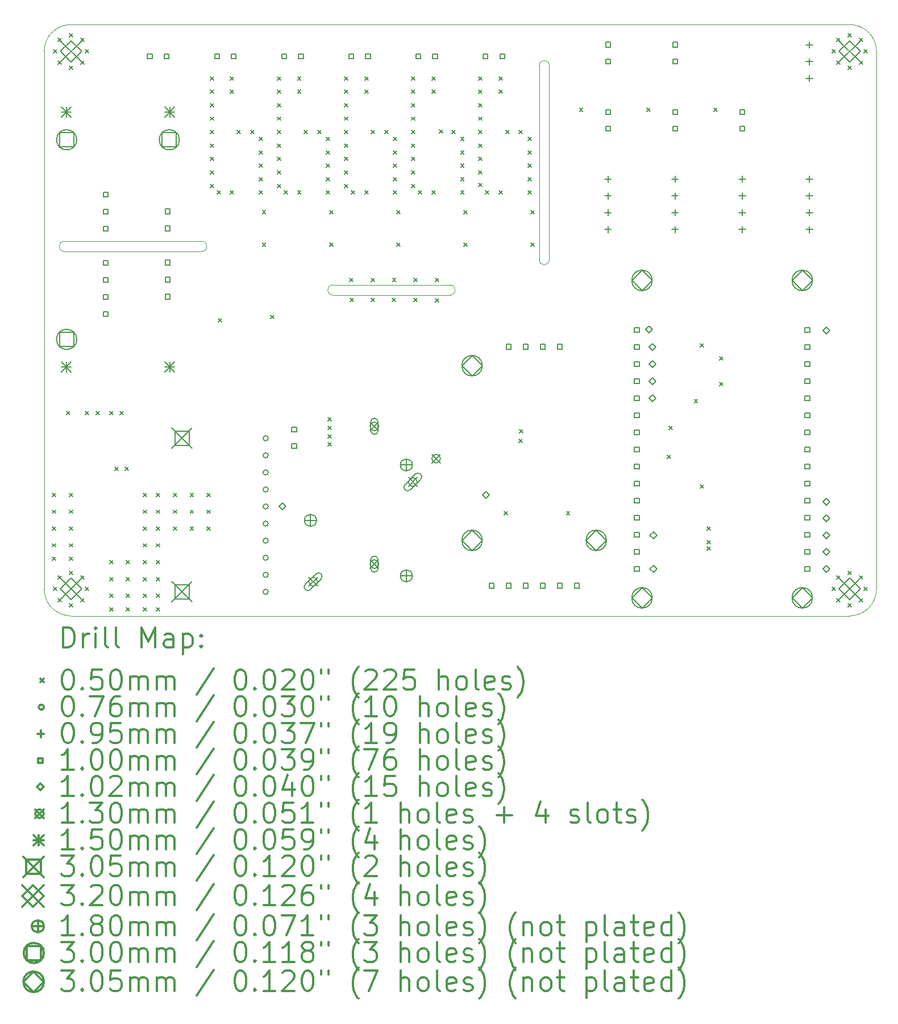
<source format=gbr>
%FSLAX45Y45*%
G04 Gerber Fmt 4.5, Leading zero omitted, Abs format (unit mm)*
G04 Created by KiCad (PCBNEW 5.1.9-73d0e3b20d~88~ubuntu20.04.1) date 2021-10-11 11:37:33*
%MOMM*%
%LPD*%
G01*
G04 APERTURE LIST*
%TA.AperFunction,Profile*%
%ADD10C,0.076200*%
%TD*%
%ADD11C,0.200000*%
%ADD12C,0.300000*%
G04 APERTURE END LIST*
D10*
X12375000Y-8500000D02*
X12375000Y-5610000D01*
X12525000Y-5610000D02*
X12525000Y-8500000D01*
X12525000Y-8500000D02*
G75*
G02*
X12375000Y-8500000I-75000J0D01*
G01*
X12375000Y-5610000D02*
G75*
G02*
X12525000Y-5610000I75000J0D01*
G01*
X7350000Y-8225000D02*
G75*
G02*
X7350000Y-8375000I0J-75000D01*
G01*
X5300000Y-8375000D02*
G75*
G02*
X5300000Y-8225000I0J75000D01*
G01*
X7350000Y-8375000D02*
X5300000Y-8375000D01*
X5300000Y-8225000D02*
X7350000Y-8225000D01*
X17400000Y-5400000D02*
X17400000Y-13400000D01*
X9300000Y-9025000D02*
X11050000Y-9025000D01*
X11050000Y-8875000D02*
X9300000Y-8875000D01*
X11050000Y-8875000D02*
G75*
G02*
X11050000Y-9025000I0J-75000D01*
G01*
X9300000Y-9025000D02*
G75*
G02*
X9300000Y-8875000I0J75000D01*
G01*
X5400000Y-13800000D02*
X17000000Y-13800000D01*
X5400000Y-13800000D02*
G75*
G02*
X5000000Y-13400000I0J400000D01*
G01*
X5000000Y-5400000D02*
G75*
G02*
X5400000Y-5000000I400000J0D01*
G01*
X17000000Y-5000000D02*
G75*
G02*
X17400000Y-5400000I0J-400000D01*
G01*
X17400000Y-13400000D02*
G75*
G02*
X17000000Y-13800000I-400000J0D01*
G01*
X5000000Y-5400000D02*
X5000000Y-13400000D01*
X17000000Y-5000000D02*
X5400000Y-5000000D01*
D11*
X5125000Y-11975000D02*
X5175000Y-12025000D01*
X5175000Y-11975000D02*
X5125000Y-12025000D01*
X5125000Y-12225000D02*
X5175000Y-12275000D01*
X5175000Y-12225000D02*
X5125000Y-12275000D01*
X5125000Y-12475000D02*
X5175000Y-12525000D01*
X5175000Y-12475000D02*
X5125000Y-12525000D01*
X5125000Y-12725000D02*
X5175000Y-12775000D01*
X5175000Y-12725000D02*
X5125000Y-12775000D01*
X5125000Y-12925000D02*
X5175000Y-12975000D01*
X5175000Y-12925000D02*
X5125000Y-12975000D01*
X5135000Y-5375000D02*
X5185000Y-5425000D01*
X5185000Y-5375000D02*
X5135000Y-5425000D01*
X5135000Y-13375000D02*
X5185000Y-13425000D01*
X5185000Y-13375000D02*
X5135000Y-13425000D01*
X5205294Y-5205294D02*
X5255294Y-5255294D01*
X5255294Y-5205294D02*
X5205294Y-5255294D01*
X5205294Y-5544706D02*
X5255294Y-5594706D01*
X5255294Y-5544706D02*
X5205294Y-5594706D01*
X5205294Y-13205294D02*
X5255294Y-13255294D01*
X5255294Y-13205294D02*
X5205294Y-13255294D01*
X5205294Y-13544706D02*
X5255294Y-13594706D01*
X5255294Y-13544706D02*
X5205294Y-13594706D01*
X5335000Y-10755000D02*
X5385000Y-10805000D01*
X5385000Y-10755000D02*
X5335000Y-10805000D01*
X5375000Y-5135000D02*
X5425000Y-5185000D01*
X5425000Y-5135000D02*
X5375000Y-5185000D01*
X5375000Y-5615000D02*
X5425000Y-5665000D01*
X5425000Y-5615000D02*
X5375000Y-5665000D01*
X5375000Y-11975000D02*
X5425000Y-12025000D01*
X5425000Y-11975000D02*
X5375000Y-12025000D01*
X5375000Y-12225000D02*
X5425000Y-12275000D01*
X5425000Y-12225000D02*
X5375000Y-12275000D01*
X5375000Y-12475000D02*
X5425000Y-12525000D01*
X5425000Y-12475000D02*
X5375000Y-12525000D01*
X5375000Y-12725000D02*
X5425000Y-12775000D01*
X5425000Y-12725000D02*
X5375000Y-12775000D01*
X5375000Y-12925000D02*
X5425000Y-12975000D01*
X5425000Y-12925000D02*
X5375000Y-12975000D01*
X5375000Y-13135000D02*
X5425000Y-13185000D01*
X5425000Y-13135000D02*
X5375000Y-13185000D01*
X5375000Y-13615000D02*
X5425000Y-13665000D01*
X5425000Y-13615000D02*
X5375000Y-13665000D01*
X5544706Y-5205294D02*
X5594706Y-5255294D01*
X5594706Y-5205294D02*
X5544706Y-5255294D01*
X5544706Y-5544706D02*
X5594706Y-5594706D01*
X5594706Y-5544706D02*
X5544706Y-5594706D01*
X5544706Y-13205294D02*
X5594706Y-13255294D01*
X5594706Y-13205294D02*
X5544706Y-13255294D01*
X5544706Y-13544706D02*
X5594706Y-13594706D01*
X5594706Y-13544706D02*
X5544706Y-13594706D01*
X5615000Y-5375000D02*
X5665000Y-5425000D01*
X5665000Y-5375000D02*
X5615000Y-5425000D01*
X5615000Y-10755000D02*
X5665000Y-10805000D01*
X5665000Y-10755000D02*
X5615000Y-10805000D01*
X5615000Y-13375000D02*
X5665000Y-13425000D01*
X5665000Y-13375000D02*
X5615000Y-13425000D01*
X5775000Y-10755000D02*
X5825000Y-10805000D01*
X5825000Y-10755000D02*
X5775000Y-10805000D01*
X5975000Y-10755000D02*
X6025000Y-10805000D01*
X6025000Y-10755000D02*
X5975000Y-10805000D01*
X5975000Y-12975000D02*
X6025000Y-13025000D01*
X6025000Y-12975000D02*
X5975000Y-13025000D01*
X5975000Y-13225000D02*
X6025000Y-13275000D01*
X6025000Y-13225000D02*
X5975000Y-13275000D01*
X5975000Y-13475000D02*
X6025000Y-13525000D01*
X6025000Y-13475000D02*
X5975000Y-13525000D01*
X5975000Y-13675000D02*
X6025000Y-13725000D01*
X6025000Y-13675000D02*
X5975000Y-13725000D01*
X6053000Y-11589000D02*
X6103000Y-11639000D01*
X6103000Y-11589000D02*
X6053000Y-11639000D01*
X6130000Y-10755000D02*
X6180000Y-10805000D01*
X6180000Y-10755000D02*
X6130000Y-10805000D01*
X6207000Y-11589000D02*
X6257000Y-11639000D01*
X6257000Y-11589000D02*
X6207000Y-11639000D01*
X6225000Y-12975000D02*
X6275000Y-13025000D01*
X6275000Y-12975000D02*
X6225000Y-13025000D01*
X6225000Y-13225000D02*
X6275000Y-13275000D01*
X6275000Y-13225000D02*
X6225000Y-13275000D01*
X6225000Y-13475000D02*
X6275000Y-13525000D01*
X6275000Y-13475000D02*
X6225000Y-13525000D01*
X6225000Y-13675000D02*
X6275000Y-13725000D01*
X6275000Y-13675000D02*
X6225000Y-13725000D01*
X6475000Y-11975000D02*
X6525000Y-12025000D01*
X6525000Y-11975000D02*
X6475000Y-12025000D01*
X6475000Y-12225000D02*
X6525000Y-12275000D01*
X6525000Y-12225000D02*
X6475000Y-12275000D01*
X6475000Y-12475000D02*
X6525000Y-12525000D01*
X6525000Y-12475000D02*
X6475000Y-12525000D01*
X6475000Y-12725000D02*
X6525000Y-12775000D01*
X6525000Y-12725000D02*
X6475000Y-12775000D01*
X6475000Y-12975000D02*
X6525000Y-13025000D01*
X6525000Y-12975000D02*
X6475000Y-13025000D01*
X6475000Y-13225000D02*
X6525000Y-13275000D01*
X6525000Y-13225000D02*
X6475000Y-13275000D01*
X6475000Y-13475000D02*
X6525000Y-13525000D01*
X6525000Y-13475000D02*
X6475000Y-13525000D01*
X6475000Y-13675000D02*
X6525000Y-13725000D01*
X6525000Y-13675000D02*
X6475000Y-13725000D01*
X6675000Y-11975000D02*
X6725000Y-12025000D01*
X6725000Y-11975000D02*
X6675000Y-12025000D01*
X6675000Y-12225000D02*
X6725000Y-12275000D01*
X6725000Y-12225000D02*
X6675000Y-12275000D01*
X6675000Y-12475000D02*
X6725000Y-12525000D01*
X6725000Y-12475000D02*
X6675000Y-12525000D01*
X6675000Y-12725000D02*
X6725000Y-12775000D01*
X6725000Y-12725000D02*
X6675000Y-12775000D01*
X6675000Y-12975000D02*
X6725000Y-13025000D01*
X6725000Y-12975000D02*
X6675000Y-13025000D01*
X6675000Y-13225000D02*
X6725000Y-13275000D01*
X6725000Y-13225000D02*
X6675000Y-13275000D01*
X6675000Y-13475000D02*
X6725000Y-13525000D01*
X6725000Y-13475000D02*
X6675000Y-13525000D01*
X6675000Y-13675000D02*
X6725000Y-13725000D01*
X6725000Y-13675000D02*
X6675000Y-13725000D01*
X6925000Y-11975000D02*
X6975000Y-12025000D01*
X6975000Y-11975000D02*
X6925000Y-12025000D01*
X6925000Y-12225000D02*
X6975000Y-12275000D01*
X6975000Y-12225000D02*
X6925000Y-12275000D01*
X6925000Y-12475000D02*
X6975000Y-12525000D01*
X6975000Y-12475000D02*
X6925000Y-12525000D01*
X7175000Y-11975000D02*
X7225000Y-12025000D01*
X7225000Y-11975000D02*
X7175000Y-12025000D01*
X7175000Y-12225000D02*
X7225000Y-12275000D01*
X7225000Y-12225000D02*
X7175000Y-12275000D01*
X7175000Y-12475000D02*
X7225000Y-12525000D01*
X7225000Y-12475000D02*
X7175000Y-12525000D01*
X7425000Y-11975000D02*
X7475000Y-12025000D01*
X7475000Y-11975000D02*
X7425000Y-12025000D01*
X7425000Y-12225000D02*
X7475000Y-12275000D01*
X7475000Y-12225000D02*
X7425000Y-12275000D01*
X7425000Y-12475000D02*
X7475000Y-12525000D01*
X7475000Y-12475000D02*
X7425000Y-12525000D01*
X7475000Y-5775000D02*
X7525000Y-5825000D01*
X7525000Y-5775000D02*
X7475000Y-5825000D01*
X7475000Y-5975000D02*
X7525000Y-6025000D01*
X7525000Y-5975000D02*
X7475000Y-6025000D01*
X7475000Y-6175000D02*
X7525000Y-6225000D01*
X7525000Y-6175000D02*
X7475000Y-6225000D01*
X7475000Y-6375000D02*
X7525000Y-6425000D01*
X7525000Y-6375000D02*
X7475000Y-6425000D01*
X7475000Y-6575000D02*
X7525000Y-6625000D01*
X7525000Y-6575000D02*
X7475000Y-6625000D01*
X7475000Y-6775000D02*
X7525000Y-6825000D01*
X7525000Y-6775000D02*
X7475000Y-6825000D01*
X7475000Y-6975000D02*
X7525000Y-7025000D01*
X7525000Y-6975000D02*
X7475000Y-7025000D01*
X7475000Y-7175000D02*
X7525000Y-7225000D01*
X7525000Y-7175000D02*
X7475000Y-7225000D01*
X7475000Y-7375000D02*
X7525000Y-7425000D01*
X7525000Y-7375000D02*
X7475000Y-7425000D01*
X7575000Y-7475000D02*
X7625000Y-7525000D01*
X7625000Y-7475000D02*
X7575000Y-7525000D01*
X7595000Y-9375000D02*
X7645000Y-9425000D01*
X7645000Y-9375000D02*
X7595000Y-9425000D01*
X7775000Y-5775000D02*
X7825000Y-5825000D01*
X7825000Y-5775000D02*
X7775000Y-5825000D01*
X7775000Y-5975000D02*
X7825000Y-6025000D01*
X7825000Y-5975000D02*
X7775000Y-6025000D01*
X7775000Y-7475000D02*
X7825000Y-7525000D01*
X7825000Y-7475000D02*
X7775000Y-7525000D01*
X7875000Y-6575000D02*
X7925000Y-6625000D01*
X7925000Y-6575000D02*
X7875000Y-6625000D01*
X8075000Y-6575000D02*
X8125000Y-6625000D01*
X8125000Y-6575000D02*
X8075000Y-6625000D01*
X8205000Y-6675000D02*
X8255000Y-6725000D01*
X8255000Y-6675000D02*
X8205000Y-6725000D01*
X8205000Y-6875000D02*
X8255000Y-6925000D01*
X8255000Y-6875000D02*
X8205000Y-6925000D01*
X8205000Y-7075000D02*
X8255000Y-7125000D01*
X8255000Y-7075000D02*
X8205000Y-7125000D01*
X8205000Y-7275000D02*
X8255000Y-7325000D01*
X8255000Y-7275000D02*
X8205000Y-7325000D01*
X8205000Y-7475000D02*
X8255000Y-7525000D01*
X8255000Y-7475000D02*
X8205000Y-7525000D01*
X8250000Y-7770000D02*
X8300000Y-7820000D01*
X8300000Y-7770000D02*
X8250000Y-7820000D01*
X8250000Y-8250000D02*
X8300000Y-8300000D01*
X8300000Y-8250000D02*
X8250000Y-8300000D01*
X8375000Y-9325000D02*
X8425000Y-9375000D01*
X8425000Y-9325000D02*
X8375000Y-9375000D01*
X8475000Y-5775000D02*
X8525000Y-5825000D01*
X8525000Y-5775000D02*
X8475000Y-5825000D01*
X8475000Y-5975000D02*
X8525000Y-6025000D01*
X8525000Y-5975000D02*
X8475000Y-6025000D01*
X8475000Y-6175000D02*
X8525000Y-6225000D01*
X8525000Y-6175000D02*
X8475000Y-6225000D01*
X8475000Y-6375000D02*
X8525000Y-6425000D01*
X8525000Y-6375000D02*
X8475000Y-6425000D01*
X8475000Y-6575000D02*
X8525000Y-6625000D01*
X8525000Y-6575000D02*
X8475000Y-6625000D01*
X8475000Y-6775000D02*
X8525000Y-6825000D01*
X8525000Y-6775000D02*
X8475000Y-6825000D01*
X8475000Y-6975000D02*
X8525000Y-7025000D01*
X8525000Y-6975000D02*
X8475000Y-7025000D01*
X8475000Y-7175000D02*
X8525000Y-7225000D01*
X8525000Y-7175000D02*
X8475000Y-7225000D01*
X8475000Y-7375000D02*
X8525000Y-7425000D01*
X8525000Y-7375000D02*
X8475000Y-7425000D01*
X8575000Y-7475000D02*
X8625000Y-7525000D01*
X8625000Y-7475000D02*
X8575000Y-7525000D01*
X8775000Y-5775000D02*
X8825000Y-5825000D01*
X8825000Y-5775000D02*
X8775000Y-5825000D01*
X8775000Y-5975000D02*
X8825000Y-6025000D01*
X8825000Y-5975000D02*
X8775000Y-6025000D01*
X8775000Y-7475000D02*
X8825000Y-7525000D01*
X8825000Y-7475000D02*
X8775000Y-7525000D01*
X8875000Y-6575000D02*
X8925000Y-6625000D01*
X8925000Y-6575000D02*
X8875000Y-6625000D01*
X9075000Y-6575000D02*
X9125000Y-6625000D01*
X9125000Y-6575000D02*
X9075000Y-6625000D01*
X9205000Y-6675000D02*
X9255000Y-6725000D01*
X9255000Y-6675000D02*
X9205000Y-6725000D01*
X9205000Y-6875000D02*
X9255000Y-6925000D01*
X9255000Y-6875000D02*
X9205000Y-6925000D01*
X9205000Y-7075000D02*
X9255000Y-7125000D01*
X9255000Y-7075000D02*
X9205000Y-7125000D01*
X9205000Y-7275000D02*
X9255000Y-7325000D01*
X9255000Y-7275000D02*
X9205000Y-7325000D01*
X9205000Y-7475000D02*
X9255000Y-7525000D01*
X9255000Y-7475000D02*
X9205000Y-7525000D01*
X9225000Y-10850000D02*
X9275000Y-10900000D01*
X9275000Y-10850000D02*
X9225000Y-10900000D01*
X9225000Y-10975000D02*
X9275000Y-11025000D01*
X9275000Y-10975000D02*
X9225000Y-11025000D01*
X9225000Y-11100000D02*
X9275000Y-11150000D01*
X9275000Y-11100000D02*
X9225000Y-11150000D01*
X9225000Y-11225000D02*
X9275000Y-11275000D01*
X9275000Y-11225000D02*
X9225000Y-11275000D01*
X9250000Y-7770000D02*
X9300000Y-7820000D01*
X9300000Y-7770000D02*
X9250000Y-7820000D01*
X9250000Y-8250000D02*
X9300000Y-8300000D01*
X9300000Y-8250000D02*
X9250000Y-8300000D01*
X9475000Y-5775000D02*
X9525000Y-5825000D01*
X9525000Y-5775000D02*
X9475000Y-5825000D01*
X9475000Y-5975000D02*
X9525000Y-6025000D01*
X9525000Y-5975000D02*
X9475000Y-6025000D01*
X9475000Y-6175000D02*
X9525000Y-6225000D01*
X9525000Y-6175000D02*
X9475000Y-6225000D01*
X9475000Y-6375000D02*
X9525000Y-6425000D01*
X9525000Y-6375000D02*
X9475000Y-6425000D01*
X9475000Y-6575000D02*
X9525000Y-6625000D01*
X9525000Y-6575000D02*
X9475000Y-6625000D01*
X9475000Y-6775000D02*
X9525000Y-6825000D01*
X9525000Y-6775000D02*
X9475000Y-6825000D01*
X9475000Y-6975000D02*
X9525000Y-7025000D01*
X9525000Y-6975000D02*
X9475000Y-7025000D01*
X9475000Y-7175000D02*
X9525000Y-7225000D01*
X9525000Y-7175000D02*
X9475000Y-7225000D01*
X9475000Y-7375000D02*
X9525000Y-7425000D01*
X9525000Y-7375000D02*
X9475000Y-7425000D01*
X9549000Y-8775000D02*
X9599000Y-8825000D01*
X9599000Y-8775000D02*
X9549000Y-8825000D01*
X9555000Y-9075000D02*
X9605000Y-9125000D01*
X9605000Y-9075000D02*
X9555000Y-9125000D01*
X9575000Y-7475000D02*
X9625000Y-7525000D01*
X9625000Y-7475000D02*
X9575000Y-7525000D01*
X9775000Y-5775000D02*
X9825000Y-5825000D01*
X9825000Y-5775000D02*
X9775000Y-5825000D01*
X9775000Y-5975000D02*
X9825000Y-6025000D01*
X9825000Y-5975000D02*
X9775000Y-6025000D01*
X9775000Y-7475000D02*
X9825000Y-7525000D01*
X9825000Y-7475000D02*
X9775000Y-7525000D01*
X9869000Y-8775000D02*
X9919000Y-8825000D01*
X9919000Y-8775000D02*
X9869000Y-8825000D01*
X9869000Y-9075000D02*
X9919000Y-9125000D01*
X9919000Y-9075000D02*
X9869000Y-9125000D01*
X9875000Y-6575000D02*
X9925000Y-6625000D01*
X9925000Y-6575000D02*
X9875000Y-6625000D01*
X10075000Y-6575000D02*
X10125000Y-6625000D01*
X10125000Y-6575000D02*
X10075000Y-6625000D01*
X10188000Y-9075000D02*
X10238000Y-9125000D01*
X10238000Y-9075000D02*
X10188000Y-9125000D01*
X10189000Y-8775000D02*
X10239000Y-8825000D01*
X10239000Y-8775000D02*
X10189000Y-8825000D01*
X10205000Y-6675000D02*
X10255000Y-6725000D01*
X10255000Y-6675000D02*
X10205000Y-6725000D01*
X10205000Y-6875000D02*
X10255000Y-6925000D01*
X10255000Y-6875000D02*
X10205000Y-6925000D01*
X10205000Y-7075000D02*
X10255000Y-7125000D01*
X10255000Y-7075000D02*
X10205000Y-7125000D01*
X10205000Y-7275000D02*
X10255000Y-7325000D01*
X10255000Y-7275000D02*
X10205000Y-7325000D01*
X10205000Y-7475000D02*
X10255000Y-7525000D01*
X10255000Y-7475000D02*
X10205000Y-7525000D01*
X10250000Y-7770000D02*
X10300000Y-7820000D01*
X10300000Y-7770000D02*
X10250000Y-7820000D01*
X10250000Y-8250000D02*
X10300000Y-8300000D01*
X10300000Y-8250000D02*
X10250000Y-8300000D01*
X10475000Y-5775000D02*
X10525000Y-5825000D01*
X10525000Y-5775000D02*
X10475000Y-5825000D01*
X10475000Y-5975000D02*
X10525000Y-6025000D01*
X10525000Y-5975000D02*
X10475000Y-6025000D01*
X10475000Y-6175000D02*
X10525000Y-6225000D01*
X10525000Y-6175000D02*
X10475000Y-6225000D01*
X10475000Y-6375000D02*
X10525000Y-6425000D01*
X10525000Y-6375000D02*
X10475000Y-6425000D01*
X10475000Y-6575000D02*
X10525000Y-6625000D01*
X10525000Y-6575000D02*
X10475000Y-6625000D01*
X10475000Y-6775000D02*
X10525000Y-6825000D01*
X10525000Y-6775000D02*
X10475000Y-6825000D01*
X10475000Y-6975000D02*
X10525000Y-7025000D01*
X10525000Y-6975000D02*
X10475000Y-7025000D01*
X10475000Y-7175000D02*
X10525000Y-7225000D01*
X10525000Y-7175000D02*
X10475000Y-7225000D01*
X10475000Y-7375000D02*
X10525000Y-7425000D01*
X10525000Y-7375000D02*
X10475000Y-7425000D01*
X10508000Y-8775000D02*
X10558000Y-8825000D01*
X10558000Y-8775000D02*
X10508000Y-8825000D01*
X10508000Y-9075000D02*
X10558000Y-9125000D01*
X10558000Y-9075000D02*
X10508000Y-9125000D01*
X10575000Y-7475000D02*
X10625000Y-7525000D01*
X10625000Y-7475000D02*
X10575000Y-7525000D01*
X10775000Y-5775000D02*
X10825000Y-5825000D01*
X10825000Y-5775000D02*
X10775000Y-5825000D01*
X10775000Y-5975000D02*
X10825000Y-6025000D01*
X10825000Y-5975000D02*
X10775000Y-6025000D01*
X10775000Y-7475000D02*
X10825000Y-7525000D01*
X10825000Y-7475000D02*
X10775000Y-7525000D01*
X10828000Y-8775000D02*
X10878000Y-8825000D01*
X10878000Y-8775000D02*
X10828000Y-8825000D01*
X10828500Y-9078500D02*
X10878500Y-9128500D01*
X10878500Y-9078500D02*
X10828500Y-9128500D01*
X10885000Y-6565000D02*
X10935000Y-6615000D01*
X10935000Y-6565000D02*
X10885000Y-6615000D01*
X11075000Y-6575000D02*
X11125000Y-6625000D01*
X11125000Y-6575000D02*
X11075000Y-6625000D01*
X11205000Y-6675000D02*
X11255000Y-6725000D01*
X11255000Y-6675000D02*
X11205000Y-6725000D01*
X11205000Y-6875000D02*
X11255000Y-6925000D01*
X11255000Y-6875000D02*
X11205000Y-6925000D01*
X11205000Y-7075000D02*
X11255000Y-7125000D01*
X11255000Y-7075000D02*
X11205000Y-7125000D01*
X11205000Y-7275000D02*
X11255000Y-7325000D01*
X11255000Y-7275000D02*
X11205000Y-7325000D01*
X11205000Y-7475000D02*
X11255000Y-7525000D01*
X11255000Y-7475000D02*
X11205000Y-7525000D01*
X11250000Y-7770000D02*
X11300000Y-7820000D01*
X11300000Y-7770000D02*
X11250000Y-7820000D01*
X11250000Y-8250000D02*
X11300000Y-8300000D01*
X11300000Y-8250000D02*
X11250000Y-8300000D01*
X11475000Y-5775000D02*
X11525000Y-5825000D01*
X11525000Y-5775000D02*
X11475000Y-5825000D01*
X11475000Y-5975000D02*
X11525000Y-6025000D01*
X11525000Y-5975000D02*
X11475000Y-6025000D01*
X11475000Y-6175000D02*
X11525000Y-6225000D01*
X11525000Y-6175000D02*
X11475000Y-6225000D01*
X11475000Y-6375000D02*
X11525000Y-6425000D01*
X11525000Y-6375000D02*
X11475000Y-6425000D01*
X11475000Y-6575000D02*
X11525000Y-6625000D01*
X11525000Y-6575000D02*
X11475000Y-6625000D01*
X11475000Y-6775000D02*
X11525000Y-6825000D01*
X11525000Y-6775000D02*
X11475000Y-6825000D01*
X11475000Y-6975000D02*
X11525000Y-7025000D01*
X11525000Y-6975000D02*
X11475000Y-7025000D01*
X11475000Y-7175000D02*
X11525000Y-7225000D01*
X11525000Y-7175000D02*
X11475000Y-7225000D01*
X11475000Y-7365000D02*
X11525000Y-7415000D01*
X11525000Y-7365000D02*
X11475000Y-7415000D01*
X11575000Y-7475000D02*
X11625000Y-7525000D01*
X11625000Y-7475000D02*
X11575000Y-7525000D01*
X11775000Y-5775000D02*
X11825000Y-5825000D01*
X11825000Y-5775000D02*
X11775000Y-5825000D01*
X11775000Y-5975000D02*
X11825000Y-6025000D01*
X11825000Y-5975000D02*
X11775000Y-6025000D01*
X11775000Y-7475000D02*
X11825000Y-7525000D01*
X11825000Y-7475000D02*
X11775000Y-7525000D01*
X11850000Y-12245000D02*
X11900000Y-12295000D01*
X11900000Y-12245000D02*
X11850000Y-12295000D01*
X11875000Y-6575000D02*
X11925000Y-6625000D01*
X11925000Y-6575000D02*
X11875000Y-6625000D01*
X12075000Y-6575000D02*
X12125000Y-6625000D01*
X12125000Y-6575000D02*
X12075000Y-6625000D01*
X12075000Y-11175000D02*
X12125000Y-11225000D01*
X12125000Y-11175000D02*
X12075000Y-11225000D01*
X12080000Y-11025000D02*
X12130000Y-11075000D01*
X12130000Y-11025000D02*
X12080000Y-11075000D01*
X12205000Y-6675000D02*
X12255000Y-6725000D01*
X12255000Y-6675000D02*
X12205000Y-6725000D01*
X12205000Y-6875000D02*
X12255000Y-6925000D01*
X12255000Y-6875000D02*
X12205000Y-6925000D01*
X12205000Y-7075000D02*
X12255000Y-7125000D01*
X12255000Y-7075000D02*
X12205000Y-7125000D01*
X12205000Y-7275000D02*
X12255000Y-7325000D01*
X12255000Y-7275000D02*
X12205000Y-7325000D01*
X12205000Y-7475000D02*
X12255000Y-7525000D01*
X12255000Y-7475000D02*
X12205000Y-7525000D01*
X12249350Y-7769350D02*
X12299350Y-7819350D01*
X12299350Y-7769350D02*
X12249350Y-7819350D01*
X12250000Y-8250000D02*
X12300000Y-8300000D01*
X12300000Y-8250000D02*
X12250000Y-8300000D01*
X12780000Y-12245000D02*
X12830000Y-12295000D01*
X12830000Y-12245000D02*
X12780000Y-12295000D01*
X12975000Y-6245000D02*
X13025000Y-6295000D01*
X13025000Y-6245000D02*
X12975000Y-6295000D01*
X13975000Y-6245000D02*
X14025000Y-6295000D01*
X14025000Y-6245000D02*
X13975000Y-6295000D01*
X14280000Y-11410000D02*
X14330000Y-11460000D01*
X14330000Y-11410000D02*
X14280000Y-11460000D01*
X14310000Y-10975000D02*
X14360000Y-11025000D01*
X14360000Y-10975000D02*
X14310000Y-11025000D01*
X14685000Y-10575000D02*
X14735000Y-10625000D01*
X14735000Y-10575000D02*
X14685000Y-10625000D01*
X14775000Y-9750000D02*
X14825000Y-9800000D01*
X14825000Y-9750000D02*
X14775000Y-9800000D01*
X14775000Y-11845000D02*
X14825000Y-11895000D01*
X14825000Y-11845000D02*
X14775000Y-11895000D01*
X14875000Y-12475000D02*
X14925000Y-12525000D01*
X14925000Y-12475000D02*
X14875000Y-12525000D01*
X14875000Y-12675000D02*
X14925000Y-12725000D01*
X14925000Y-12675000D02*
X14875000Y-12725000D01*
X14875000Y-12775000D02*
X14925000Y-12825000D01*
X14925000Y-12775000D02*
X14875000Y-12825000D01*
X14975000Y-6245000D02*
X15025000Y-6295000D01*
X15025000Y-6245000D02*
X14975000Y-6295000D01*
X15065000Y-9945000D02*
X15115000Y-9995000D01*
X15115000Y-9945000D02*
X15065000Y-9995000D01*
X15065000Y-10325000D02*
X15115000Y-10375000D01*
X15115000Y-10325000D02*
X15065000Y-10375000D01*
X16735000Y-5375000D02*
X16785000Y-5425000D01*
X16785000Y-5375000D02*
X16735000Y-5425000D01*
X16735000Y-13375000D02*
X16785000Y-13425000D01*
X16785000Y-13375000D02*
X16735000Y-13425000D01*
X16805294Y-5205294D02*
X16855294Y-5255294D01*
X16855294Y-5205294D02*
X16805294Y-5255294D01*
X16805294Y-5544706D02*
X16855294Y-5594706D01*
X16855294Y-5544706D02*
X16805294Y-5594706D01*
X16805294Y-13205294D02*
X16855294Y-13255294D01*
X16855294Y-13205294D02*
X16805294Y-13255294D01*
X16805294Y-13544706D02*
X16855294Y-13594706D01*
X16855294Y-13544706D02*
X16805294Y-13594706D01*
X16975000Y-5135000D02*
X17025000Y-5185000D01*
X17025000Y-5135000D02*
X16975000Y-5185000D01*
X16975000Y-5615000D02*
X17025000Y-5665000D01*
X17025000Y-5615000D02*
X16975000Y-5665000D01*
X16975000Y-13135000D02*
X17025000Y-13185000D01*
X17025000Y-13135000D02*
X16975000Y-13185000D01*
X16975000Y-13615000D02*
X17025000Y-13665000D01*
X17025000Y-13615000D02*
X16975000Y-13665000D01*
X17144706Y-5205294D02*
X17194706Y-5255294D01*
X17194706Y-5205294D02*
X17144706Y-5255294D01*
X17144706Y-5544706D02*
X17194706Y-5594706D01*
X17194706Y-5544706D02*
X17144706Y-5594706D01*
X17144706Y-13205294D02*
X17194706Y-13255294D01*
X17194706Y-13205294D02*
X17144706Y-13255294D01*
X17144706Y-13544706D02*
X17194706Y-13594706D01*
X17194706Y-13544706D02*
X17144706Y-13594706D01*
X17215000Y-5375000D02*
X17265000Y-5425000D01*
X17265000Y-5375000D02*
X17215000Y-5425000D01*
X17215000Y-13375000D02*
X17265000Y-13425000D01*
X17265000Y-13375000D02*
X17215000Y-13425000D01*
X8338100Y-11157000D02*
G75*
G03*
X8338100Y-11157000I-38100J0D01*
G01*
X8338100Y-11411000D02*
G75*
G03*
X8338100Y-11411000I-38100J0D01*
G01*
X8338100Y-11665000D02*
G75*
G03*
X8338100Y-11665000I-38100J0D01*
G01*
X8338100Y-11919000D02*
G75*
G03*
X8338100Y-11919000I-38100J0D01*
G01*
X8338100Y-12173000D02*
G75*
G03*
X8338100Y-12173000I-38100J0D01*
G01*
X8338100Y-12427000D02*
G75*
G03*
X8338100Y-12427000I-38100J0D01*
G01*
X8338100Y-12681000D02*
G75*
G03*
X8338100Y-12681000I-38100J0D01*
G01*
X8338100Y-12935000D02*
G75*
G03*
X8338100Y-12935000I-38100J0D01*
G01*
X8338100Y-13189000D02*
G75*
G03*
X8338100Y-13189000I-38100J0D01*
G01*
X8338100Y-13443000D02*
G75*
G03*
X8338100Y-13443000I-38100J0D01*
G01*
X13400000Y-7252500D02*
X13400000Y-7347500D01*
X13352500Y-7300000D02*
X13447500Y-7300000D01*
X13400000Y-7502500D02*
X13400000Y-7597500D01*
X13352500Y-7550000D02*
X13447500Y-7550000D01*
X13400000Y-7752500D02*
X13400000Y-7847500D01*
X13352500Y-7800000D02*
X13447500Y-7800000D01*
X13400000Y-8002500D02*
X13400000Y-8097500D01*
X13352500Y-8050000D02*
X13447500Y-8050000D01*
X14400000Y-7252500D02*
X14400000Y-7347500D01*
X14352500Y-7300000D02*
X14447500Y-7300000D01*
X14400000Y-7502500D02*
X14400000Y-7597500D01*
X14352500Y-7550000D02*
X14447500Y-7550000D01*
X14400000Y-7752500D02*
X14400000Y-7847500D01*
X14352500Y-7800000D02*
X14447500Y-7800000D01*
X14400000Y-8002500D02*
X14400000Y-8097500D01*
X14352500Y-8050000D02*
X14447500Y-8050000D01*
X15400000Y-7252500D02*
X15400000Y-7347500D01*
X15352500Y-7300000D02*
X15447500Y-7300000D01*
X15400000Y-7502500D02*
X15400000Y-7597500D01*
X15352500Y-7550000D02*
X15447500Y-7550000D01*
X15400000Y-7752500D02*
X15400000Y-7847500D01*
X15352500Y-7800000D02*
X15447500Y-7800000D01*
X15400000Y-8002500D02*
X15400000Y-8097500D01*
X15352500Y-8050000D02*
X15447500Y-8050000D01*
X16400000Y-5252500D02*
X16400000Y-5347500D01*
X16352500Y-5300000D02*
X16447500Y-5300000D01*
X16400000Y-5502500D02*
X16400000Y-5597500D01*
X16352500Y-5550000D02*
X16447500Y-5550000D01*
X16400000Y-5752500D02*
X16400000Y-5847500D01*
X16352500Y-5800000D02*
X16447500Y-5800000D01*
X16400000Y-7252500D02*
X16400000Y-7347500D01*
X16352500Y-7300000D02*
X16447500Y-7300000D01*
X16400000Y-7502500D02*
X16400000Y-7597500D01*
X16352500Y-7550000D02*
X16447500Y-7550000D01*
X16400000Y-7752500D02*
X16400000Y-7847500D01*
X16352500Y-7800000D02*
X16447500Y-7800000D01*
X16400000Y-8002500D02*
X16400000Y-8097500D01*
X16352500Y-8050000D02*
X16447500Y-8050000D01*
X5955356Y-7565356D02*
X5955356Y-7494644D01*
X5884644Y-7494644D01*
X5884644Y-7565356D01*
X5955356Y-7565356D01*
X5955356Y-7819356D02*
X5955356Y-7748644D01*
X5884644Y-7748644D01*
X5884644Y-7819356D01*
X5955356Y-7819356D01*
X5955356Y-8073356D02*
X5955356Y-8002644D01*
X5884644Y-8002644D01*
X5884644Y-8073356D01*
X5955356Y-8073356D01*
X5955356Y-8581356D02*
X5955356Y-8510644D01*
X5884644Y-8510644D01*
X5884644Y-8581356D01*
X5955356Y-8581356D01*
X5955356Y-8835356D02*
X5955356Y-8764644D01*
X5884644Y-8764644D01*
X5884644Y-8835356D01*
X5955356Y-8835356D01*
X5955356Y-9089356D02*
X5955356Y-9018644D01*
X5884644Y-9018644D01*
X5884644Y-9089356D01*
X5955356Y-9089356D01*
X5955356Y-9343356D02*
X5955356Y-9272644D01*
X5884644Y-9272644D01*
X5884644Y-9343356D01*
X5955356Y-9343356D01*
X6610356Y-5510356D02*
X6610356Y-5439644D01*
X6539644Y-5439644D01*
X6539644Y-5510356D01*
X6610356Y-5510356D01*
X6860356Y-5510356D02*
X6860356Y-5439644D01*
X6789644Y-5439644D01*
X6789644Y-5510356D01*
X6860356Y-5510356D01*
X6875356Y-7815356D02*
X6875356Y-7744644D01*
X6804644Y-7744644D01*
X6804644Y-7815356D01*
X6875356Y-7815356D01*
X6875356Y-8069356D02*
X6875356Y-7998644D01*
X6804644Y-7998644D01*
X6804644Y-8069356D01*
X6875356Y-8069356D01*
X6875356Y-8577356D02*
X6875356Y-8506644D01*
X6804644Y-8506644D01*
X6804644Y-8577356D01*
X6875356Y-8577356D01*
X6875356Y-8831356D02*
X6875356Y-8760644D01*
X6804644Y-8760644D01*
X6804644Y-8831356D01*
X6875356Y-8831356D01*
X6875356Y-9085356D02*
X6875356Y-9014644D01*
X6804644Y-9014644D01*
X6804644Y-9085356D01*
X6875356Y-9085356D01*
X7610356Y-5510356D02*
X7610356Y-5439644D01*
X7539644Y-5439644D01*
X7539644Y-5510356D01*
X7610356Y-5510356D01*
X7860356Y-5510356D02*
X7860356Y-5439644D01*
X7789644Y-5439644D01*
X7789644Y-5510356D01*
X7860356Y-5510356D01*
X8610356Y-5510356D02*
X8610356Y-5439644D01*
X8539644Y-5439644D01*
X8539644Y-5510356D01*
X8610356Y-5510356D01*
X8760356Y-11060356D02*
X8760356Y-10989644D01*
X8689644Y-10989644D01*
X8689644Y-11060356D01*
X8760356Y-11060356D01*
X8760356Y-11310356D02*
X8760356Y-11239644D01*
X8689644Y-11239644D01*
X8689644Y-11310356D01*
X8760356Y-11310356D01*
X8860356Y-5510356D02*
X8860356Y-5439644D01*
X8789644Y-5439644D01*
X8789644Y-5510356D01*
X8860356Y-5510356D01*
X9610356Y-5510356D02*
X9610356Y-5439644D01*
X9539644Y-5439644D01*
X9539644Y-5510356D01*
X9610356Y-5510356D01*
X9860356Y-5510356D02*
X9860356Y-5439644D01*
X9789644Y-5439644D01*
X9789644Y-5510356D01*
X9860356Y-5510356D01*
X10610356Y-5510356D02*
X10610356Y-5439644D01*
X10539644Y-5439644D01*
X10539644Y-5510356D01*
X10610356Y-5510356D01*
X10860356Y-5510356D02*
X10860356Y-5439644D01*
X10789644Y-5439644D01*
X10789644Y-5510356D01*
X10860356Y-5510356D01*
X11610356Y-5510356D02*
X11610356Y-5439644D01*
X11539644Y-5439644D01*
X11539644Y-5510356D01*
X11610356Y-5510356D01*
X11700356Y-13385356D02*
X11700356Y-13314644D01*
X11629644Y-13314644D01*
X11629644Y-13385356D01*
X11700356Y-13385356D01*
X11860356Y-5510356D02*
X11860356Y-5439644D01*
X11789644Y-5439644D01*
X11789644Y-5510356D01*
X11860356Y-5510356D01*
X11954356Y-9829356D02*
X11954356Y-9758644D01*
X11883644Y-9758644D01*
X11883644Y-9829356D01*
X11954356Y-9829356D01*
X11954356Y-13385356D02*
X11954356Y-13314644D01*
X11883644Y-13314644D01*
X11883644Y-13385356D01*
X11954356Y-13385356D01*
X12208356Y-9829356D02*
X12208356Y-9758644D01*
X12137644Y-9758644D01*
X12137644Y-9829356D01*
X12208356Y-9829356D01*
X12208356Y-13385356D02*
X12208356Y-13314644D01*
X12137644Y-13314644D01*
X12137644Y-13385356D01*
X12208356Y-13385356D01*
X12462356Y-9829356D02*
X12462356Y-9758644D01*
X12391644Y-9758644D01*
X12391644Y-9829356D01*
X12462356Y-9829356D01*
X12462356Y-13385356D02*
X12462356Y-13314644D01*
X12391644Y-13314644D01*
X12391644Y-13385356D01*
X12462356Y-13385356D01*
X12716356Y-9829356D02*
X12716356Y-9758644D01*
X12645644Y-9758644D01*
X12645644Y-9829356D01*
X12716356Y-9829356D01*
X12716356Y-13385356D02*
X12716356Y-13314644D01*
X12645644Y-13314644D01*
X12645644Y-13385356D01*
X12716356Y-13385356D01*
X12970356Y-13385356D02*
X12970356Y-13314644D01*
X12899644Y-13314644D01*
X12899644Y-13385356D01*
X12970356Y-13385356D01*
X13435356Y-5335356D02*
X13435356Y-5264644D01*
X13364644Y-5264644D01*
X13364644Y-5335356D01*
X13435356Y-5335356D01*
X13435356Y-5585356D02*
X13435356Y-5514644D01*
X13364644Y-5514644D01*
X13364644Y-5585356D01*
X13435356Y-5585356D01*
X13435356Y-6335356D02*
X13435356Y-6264644D01*
X13364644Y-6264644D01*
X13364644Y-6335356D01*
X13435356Y-6335356D01*
X13435356Y-6585356D02*
X13435356Y-6514644D01*
X13364644Y-6514644D01*
X13364644Y-6585356D01*
X13435356Y-6585356D01*
X13865356Y-9579356D02*
X13865356Y-9508644D01*
X13794644Y-9508644D01*
X13794644Y-9579356D01*
X13865356Y-9579356D01*
X13865356Y-9833356D02*
X13865356Y-9762644D01*
X13794644Y-9762644D01*
X13794644Y-9833356D01*
X13865356Y-9833356D01*
X13865356Y-10087356D02*
X13865356Y-10016644D01*
X13794644Y-10016644D01*
X13794644Y-10087356D01*
X13865356Y-10087356D01*
X13865356Y-10341356D02*
X13865356Y-10270644D01*
X13794644Y-10270644D01*
X13794644Y-10341356D01*
X13865356Y-10341356D01*
X13865356Y-10595356D02*
X13865356Y-10524644D01*
X13794644Y-10524644D01*
X13794644Y-10595356D01*
X13865356Y-10595356D01*
X13865356Y-10849356D02*
X13865356Y-10778644D01*
X13794644Y-10778644D01*
X13794644Y-10849356D01*
X13865356Y-10849356D01*
X13865356Y-11103356D02*
X13865356Y-11032644D01*
X13794644Y-11032644D01*
X13794644Y-11103356D01*
X13865356Y-11103356D01*
X13865356Y-11357356D02*
X13865356Y-11286644D01*
X13794644Y-11286644D01*
X13794644Y-11357356D01*
X13865356Y-11357356D01*
X13865356Y-11611356D02*
X13865356Y-11540644D01*
X13794644Y-11540644D01*
X13794644Y-11611356D01*
X13865356Y-11611356D01*
X13865356Y-11865356D02*
X13865356Y-11794644D01*
X13794644Y-11794644D01*
X13794644Y-11865356D01*
X13865356Y-11865356D01*
X13865356Y-12119356D02*
X13865356Y-12048644D01*
X13794644Y-12048644D01*
X13794644Y-12119356D01*
X13865356Y-12119356D01*
X13865356Y-12373356D02*
X13865356Y-12302644D01*
X13794644Y-12302644D01*
X13794644Y-12373356D01*
X13865356Y-12373356D01*
X13865356Y-12627356D02*
X13865356Y-12556644D01*
X13794644Y-12556644D01*
X13794644Y-12627356D01*
X13865356Y-12627356D01*
X13865356Y-12881356D02*
X13865356Y-12810644D01*
X13794644Y-12810644D01*
X13794644Y-12881356D01*
X13865356Y-12881356D01*
X13865356Y-13135356D02*
X13865356Y-13064644D01*
X13794644Y-13064644D01*
X13794644Y-13135356D01*
X13865356Y-13135356D01*
X14435356Y-5335356D02*
X14435356Y-5264644D01*
X14364644Y-5264644D01*
X14364644Y-5335356D01*
X14435356Y-5335356D01*
X14435356Y-5585356D02*
X14435356Y-5514644D01*
X14364644Y-5514644D01*
X14364644Y-5585356D01*
X14435356Y-5585356D01*
X14435356Y-6335356D02*
X14435356Y-6264644D01*
X14364644Y-6264644D01*
X14364644Y-6335356D01*
X14435356Y-6335356D01*
X14435356Y-6585356D02*
X14435356Y-6514644D01*
X14364644Y-6514644D01*
X14364644Y-6585356D01*
X14435356Y-6585356D01*
X15435356Y-6335356D02*
X15435356Y-6264644D01*
X15364644Y-6264644D01*
X15364644Y-6335356D01*
X15435356Y-6335356D01*
X15435356Y-6585356D02*
X15435356Y-6514644D01*
X15364644Y-6514644D01*
X15364644Y-6585356D01*
X15435356Y-6585356D01*
X16405356Y-9579356D02*
X16405356Y-9508644D01*
X16334644Y-9508644D01*
X16334644Y-9579356D01*
X16405356Y-9579356D01*
X16405356Y-9833356D02*
X16405356Y-9762644D01*
X16334644Y-9762644D01*
X16334644Y-9833356D01*
X16405356Y-9833356D01*
X16405356Y-10087356D02*
X16405356Y-10016644D01*
X16334644Y-10016644D01*
X16334644Y-10087356D01*
X16405356Y-10087356D01*
X16405356Y-10341356D02*
X16405356Y-10270644D01*
X16334644Y-10270644D01*
X16334644Y-10341356D01*
X16405356Y-10341356D01*
X16405356Y-10595356D02*
X16405356Y-10524644D01*
X16334644Y-10524644D01*
X16334644Y-10595356D01*
X16405356Y-10595356D01*
X16405356Y-10849356D02*
X16405356Y-10778644D01*
X16334644Y-10778644D01*
X16334644Y-10849356D01*
X16405356Y-10849356D01*
X16405356Y-11103356D02*
X16405356Y-11032644D01*
X16334644Y-11032644D01*
X16334644Y-11103356D01*
X16405356Y-11103356D01*
X16405356Y-11357356D02*
X16405356Y-11286644D01*
X16334644Y-11286644D01*
X16334644Y-11357356D01*
X16405356Y-11357356D01*
X16405356Y-11611356D02*
X16405356Y-11540644D01*
X16334644Y-11540644D01*
X16334644Y-11611356D01*
X16405356Y-11611356D01*
X16405356Y-11865356D02*
X16405356Y-11794644D01*
X16334644Y-11794644D01*
X16334644Y-11865356D01*
X16405356Y-11865356D01*
X16405356Y-12119356D02*
X16405356Y-12048644D01*
X16334644Y-12048644D01*
X16334644Y-12119356D01*
X16405356Y-12119356D01*
X16405356Y-12373356D02*
X16405356Y-12302644D01*
X16334644Y-12302644D01*
X16334644Y-12373356D01*
X16405356Y-12373356D01*
X16405356Y-12627356D02*
X16405356Y-12556644D01*
X16334644Y-12556644D01*
X16334644Y-12627356D01*
X16405356Y-12627356D01*
X16405356Y-12881356D02*
X16405356Y-12810644D01*
X16334644Y-12810644D01*
X16334644Y-12881356D01*
X16405356Y-12881356D01*
X16405356Y-13135356D02*
X16405356Y-13064644D01*
X16334644Y-13064644D01*
X16334644Y-13135356D01*
X16405356Y-13135356D01*
X8550000Y-12224000D02*
X8601000Y-12173000D01*
X8550000Y-12122000D01*
X8499000Y-12173000D01*
X8550000Y-12224000D01*
X11580000Y-12051000D02*
X11631000Y-12000000D01*
X11580000Y-11949000D01*
X11529000Y-12000000D01*
X11580000Y-12051000D01*
X14010000Y-9591000D02*
X14061000Y-9540000D01*
X14010000Y-9489000D01*
X13959000Y-9540000D01*
X14010000Y-9591000D01*
X14060000Y-9851000D02*
X14111000Y-9800000D01*
X14060000Y-9749000D01*
X14009000Y-9800000D01*
X14060000Y-9851000D01*
X14060000Y-10101000D02*
X14111000Y-10050000D01*
X14060000Y-9999000D01*
X14009000Y-10050000D01*
X14060000Y-10101000D01*
X14060000Y-10361000D02*
X14111000Y-10310000D01*
X14060000Y-10259000D01*
X14009000Y-10310000D01*
X14060000Y-10361000D01*
X14060000Y-10611000D02*
X14111000Y-10560000D01*
X14060000Y-10509000D01*
X14009000Y-10560000D01*
X14060000Y-10611000D01*
X14075000Y-12651000D02*
X14126000Y-12600000D01*
X14075000Y-12549000D01*
X14024000Y-12600000D01*
X14075000Y-12651000D01*
X14075000Y-13151000D02*
X14126000Y-13100000D01*
X14075000Y-13049000D01*
X14024000Y-13100000D01*
X14075000Y-13151000D01*
X16650000Y-9601000D02*
X16701000Y-9550000D01*
X16650000Y-9499000D01*
X16599000Y-9550000D01*
X16650000Y-9601000D01*
X16650000Y-12151000D02*
X16701000Y-12100000D01*
X16650000Y-12049000D01*
X16599000Y-12100000D01*
X16650000Y-12151000D01*
X16650000Y-12401000D02*
X16701000Y-12350000D01*
X16650000Y-12299000D01*
X16599000Y-12350000D01*
X16650000Y-12401000D01*
X16650000Y-12651000D02*
X16701000Y-12600000D01*
X16650000Y-12549000D01*
X16599000Y-12600000D01*
X16650000Y-12651000D01*
X16650000Y-12901000D02*
X16701000Y-12850000D01*
X16650000Y-12799000D01*
X16599000Y-12850000D01*
X16650000Y-12901000D01*
X16650000Y-13151000D02*
X16701000Y-13100000D01*
X16650000Y-13049000D01*
X16599000Y-13100000D01*
X16650000Y-13151000D01*
X8942832Y-13227168D02*
X9072832Y-13357168D01*
X9072832Y-13227168D02*
X8942832Y-13357168D01*
X9072832Y-13292168D02*
G75*
G03*
X9072832Y-13292168I-65000J0D01*
G01*
X9046723Y-13175495D02*
X8891160Y-13331059D01*
X9124505Y-13253277D02*
X8968941Y-13408840D01*
X8891160Y-13331058D02*
G75*
G03*
X8968942Y-13408840I38891J-38891D01*
G01*
X9124505Y-13253277D02*
G75*
G03*
X9046723Y-13175495I-38891J38891D01*
G01*
X9855000Y-10915000D02*
X9985000Y-11045000D01*
X9985000Y-10915000D02*
X9855000Y-11045000D01*
X9985000Y-10980000D02*
G75*
G03*
X9985000Y-10980000I-65000J0D01*
G01*
X9975000Y-11045000D02*
X9975000Y-10915000D01*
X9865000Y-11045000D02*
X9865000Y-10915000D01*
X9975000Y-10915000D02*
G75*
G03*
X9865000Y-10915000I-55000J0D01*
G01*
X9865000Y-11045000D02*
G75*
G03*
X9975000Y-11045000I55000J0D01*
G01*
X9855000Y-12965000D02*
X9985000Y-13095000D01*
X9985000Y-12965000D02*
X9855000Y-13095000D01*
X9985000Y-13030000D02*
G75*
G03*
X9985000Y-13030000I-65000J0D01*
G01*
X9975000Y-13095000D02*
X9975000Y-12965000D01*
X9865000Y-13095000D02*
X9865000Y-12965000D01*
X9975000Y-12965000D02*
G75*
G03*
X9865000Y-12965000I-55000J0D01*
G01*
X9865000Y-13095000D02*
G75*
G03*
X9975000Y-13095000I55000J0D01*
G01*
X10427757Y-11742243D02*
X10557757Y-11872243D01*
X10557757Y-11742243D02*
X10427757Y-11872243D01*
X10557757Y-11807243D02*
G75*
G03*
X10557757Y-11807243I-65000J0D01*
G01*
X10531647Y-11690571D02*
X10376084Y-11846134D01*
X10609429Y-11768353D02*
X10453866Y-11923916D01*
X10376084Y-11846134D02*
G75*
G03*
X10453866Y-11923916I38891J-38891D01*
G01*
X10609429Y-11768353D02*
G75*
G03*
X10531647Y-11690571I-38891J38891D01*
G01*
X10774239Y-11395761D02*
X10904239Y-11525761D01*
X10904239Y-11395761D02*
X10774239Y-11525761D01*
X10904239Y-11460761D02*
G75*
G03*
X10904239Y-11460761I-65000J0D01*
G01*
X5255000Y-6230000D02*
X5405000Y-6380000D01*
X5405000Y-6230000D02*
X5255000Y-6380000D01*
X5330000Y-6230000D02*
X5330000Y-6380000D01*
X5255000Y-6305000D02*
X5405000Y-6305000D01*
X5255000Y-10020000D02*
X5405000Y-10170000D01*
X5405000Y-10020000D02*
X5255000Y-10170000D01*
X5330000Y-10020000D02*
X5330000Y-10170000D01*
X5255000Y-10095000D02*
X5405000Y-10095000D01*
X6795000Y-6230000D02*
X6945000Y-6380000D01*
X6945000Y-6230000D02*
X6795000Y-6380000D01*
X6870000Y-6230000D02*
X6870000Y-6380000D01*
X6795000Y-6305000D02*
X6945000Y-6305000D01*
X6795000Y-10020000D02*
X6945000Y-10170000D01*
X6945000Y-10020000D02*
X6795000Y-10170000D01*
X6870000Y-10020000D02*
X6870000Y-10170000D01*
X6795000Y-10095000D02*
X6945000Y-10095000D01*
X6903000Y-11004600D02*
X7207800Y-11309400D01*
X7207800Y-11004600D02*
X6903000Y-11309400D01*
X7163164Y-11264764D02*
X7163164Y-11049236D01*
X6947636Y-11049236D01*
X6947636Y-11264764D01*
X7163164Y-11264764D01*
X6903000Y-13290600D02*
X7207800Y-13595400D01*
X7207800Y-13290600D02*
X6903000Y-13595400D01*
X7163164Y-13550764D02*
X7163164Y-13335236D01*
X6947636Y-13335236D01*
X6947636Y-13550764D01*
X7163164Y-13550764D01*
X5240000Y-5240000D02*
X5560000Y-5560000D01*
X5560000Y-5240000D02*
X5240000Y-5560000D01*
X5400000Y-5560000D02*
X5560000Y-5400000D01*
X5400000Y-5240000D01*
X5240000Y-5400000D01*
X5400000Y-5560000D01*
X5240000Y-13240000D02*
X5560000Y-13560000D01*
X5560000Y-13240000D02*
X5240000Y-13560000D01*
X5400000Y-13560000D02*
X5560000Y-13400000D01*
X5400000Y-13240000D01*
X5240000Y-13400000D01*
X5400000Y-13560000D01*
X16840000Y-5240000D02*
X17160000Y-5560000D01*
X17160000Y-5240000D02*
X16840000Y-5560000D01*
X17000000Y-5560000D02*
X17160000Y-5400000D01*
X17000000Y-5240000D01*
X16840000Y-5400000D01*
X17000000Y-5560000D01*
X16840000Y-13240000D02*
X17160000Y-13560000D01*
X17160000Y-13240000D02*
X16840000Y-13560000D01*
X17000000Y-13560000D02*
X17160000Y-13400000D01*
X17000000Y-13240000D01*
X16840000Y-13400000D01*
X17000000Y-13560000D01*
X8967500Y-12290000D02*
X8967500Y-12470000D01*
X8877500Y-12380000D02*
X9057500Y-12380000D01*
X9057500Y-12380000D02*
G75*
G03*
X9057500Y-12380000I-90000J0D01*
G01*
X10396200Y-11465100D02*
X10396200Y-11645100D01*
X10306200Y-11555100D02*
X10486200Y-11555100D01*
X10486200Y-11555100D02*
G75*
G03*
X10486200Y-11555100I-90000J0D01*
G01*
X10396200Y-13114900D02*
X10396200Y-13294900D01*
X10306200Y-13204900D02*
X10486200Y-13204900D01*
X10486200Y-13204900D02*
G75*
G03*
X10486200Y-13204900I-90000J0D01*
G01*
X5441067Y-6821067D02*
X5441067Y-6608933D01*
X5228933Y-6608933D01*
X5228933Y-6821067D01*
X5441067Y-6821067D01*
X5485000Y-6715000D02*
G75*
G03*
X5485000Y-6715000I-150000J0D01*
G01*
X5441067Y-9791067D02*
X5441067Y-9578933D01*
X5228933Y-9578933D01*
X5228933Y-9791067D01*
X5441067Y-9791067D01*
X5485000Y-9685000D02*
G75*
G03*
X5485000Y-9685000I-150000J0D01*
G01*
X6971067Y-6821067D02*
X6971067Y-6608933D01*
X6758933Y-6608933D01*
X6758933Y-6821067D01*
X6971067Y-6821067D01*
X7015000Y-6715000D02*
G75*
G03*
X7015000Y-6715000I-150000J0D01*
G01*
X11375000Y-10229400D02*
X11527400Y-10077000D01*
X11375000Y-9924600D01*
X11222600Y-10077000D01*
X11375000Y-10229400D01*
X11527400Y-10077000D02*
G75*
G03*
X11527400Y-10077000I-152400J0D01*
G01*
X11375000Y-12829400D02*
X11527400Y-12677000D01*
X11375000Y-12524600D01*
X11222600Y-12677000D01*
X11375000Y-12829400D01*
X11527400Y-12677000D02*
G75*
G03*
X11527400Y-12677000I-152400J0D01*
G01*
X13225000Y-12829400D02*
X13377400Y-12677000D01*
X13225000Y-12524600D01*
X13072600Y-12677000D01*
X13225000Y-12829400D01*
X13377400Y-12677000D02*
G75*
G03*
X13377400Y-12677000I-152400J0D01*
G01*
X13906200Y-8959800D02*
X14058600Y-8807400D01*
X13906200Y-8655000D01*
X13753800Y-8807400D01*
X13906200Y-8959800D01*
X14058600Y-8807400D02*
G75*
G03*
X14058600Y-8807400I-152400J0D01*
G01*
X13906200Y-13684200D02*
X14058600Y-13531800D01*
X13906200Y-13379400D01*
X13753800Y-13531800D01*
X13906200Y-13684200D01*
X14058600Y-13531800D02*
G75*
G03*
X14058600Y-13531800I-152400J0D01*
G01*
X16293800Y-8959800D02*
X16446200Y-8807400D01*
X16293800Y-8655000D01*
X16141400Y-8807400D01*
X16293800Y-8959800D01*
X16446200Y-8807400D02*
G75*
G03*
X16446200Y-8807400I-152400J0D01*
G01*
X16293800Y-13684200D02*
X16446200Y-13531800D01*
X16293800Y-13379400D01*
X16141400Y-13531800D01*
X16293800Y-13684200D01*
X16446200Y-13531800D02*
G75*
G03*
X16446200Y-13531800I-152400J0D01*
G01*
D12*
X5282618Y-14269524D02*
X5282618Y-13969524D01*
X5354047Y-13969524D01*
X5396904Y-13983810D01*
X5425476Y-14012381D01*
X5439761Y-14040953D01*
X5454047Y-14098096D01*
X5454047Y-14140953D01*
X5439761Y-14198096D01*
X5425476Y-14226667D01*
X5396904Y-14255239D01*
X5354047Y-14269524D01*
X5282618Y-14269524D01*
X5582618Y-14269524D02*
X5582618Y-14069524D01*
X5582618Y-14126667D02*
X5596904Y-14098096D01*
X5611190Y-14083810D01*
X5639761Y-14069524D01*
X5668333Y-14069524D01*
X5768333Y-14269524D02*
X5768333Y-14069524D01*
X5768333Y-13969524D02*
X5754047Y-13983810D01*
X5768333Y-13998096D01*
X5782618Y-13983810D01*
X5768333Y-13969524D01*
X5768333Y-13998096D01*
X5954047Y-14269524D02*
X5925476Y-14255239D01*
X5911190Y-14226667D01*
X5911190Y-13969524D01*
X6111190Y-14269524D02*
X6082618Y-14255239D01*
X6068333Y-14226667D01*
X6068333Y-13969524D01*
X6454047Y-14269524D02*
X6454047Y-13969524D01*
X6554047Y-14183810D01*
X6654047Y-13969524D01*
X6654047Y-14269524D01*
X6925476Y-14269524D02*
X6925476Y-14112381D01*
X6911190Y-14083810D01*
X6882618Y-14069524D01*
X6825476Y-14069524D01*
X6796904Y-14083810D01*
X6925476Y-14255239D02*
X6896904Y-14269524D01*
X6825476Y-14269524D01*
X6796904Y-14255239D01*
X6782618Y-14226667D01*
X6782618Y-14198096D01*
X6796904Y-14169524D01*
X6825476Y-14155239D01*
X6896904Y-14155239D01*
X6925476Y-14140953D01*
X7068333Y-14069524D02*
X7068333Y-14369524D01*
X7068333Y-14083810D02*
X7096904Y-14069524D01*
X7154047Y-14069524D01*
X7182618Y-14083810D01*
X7196904Y-14098096D01*
X7211190Y-14126667D01*
X7211190Y-14212381D01*
X7196904Y-14240953D01*
X7182618Y-14255239D01*
X7154047Y-14269524D01*
X7096904Y-14269524D01*
X7068333Y-14255239D01*
X7339761Y-14240953D02*
X7354047Y-14255239D01*
X7339761Y-14269524D01*
X7325476Y-14255239D01*
X7339761Y-14240953D01*
X7339761Y-14269524D01*
X7339761Y-14083810D02*
X7354047Y-14098096D01*
X7339761Y-14112381D01*
X7325476Y-14098096D01*
X7339761Y-14083810D01*
X7339761Y-14112381D01*
X4946190Y-14738810D02*
X4996190Y-14788810D01*
X4996190Y-14738810D02*
X4946190Y-14788810D01*
X5339761Y-14599524D02*
X5368333Y-14599524D01*
X5396904Y-14613810D01*
X5411190Y-14628096D01*
X5425476Y-14656667D01*
X5439761Y-14713810D01*
X5439761Y-14785239D01*
X5425476Y-14842381D01*
X5411190Y-14870953D01*
X5396904Y-14885239D01*
X5368333Y-14899524D01*
X5339761Y-14899524D01*
X5311190Y-14885239D01*
X5296904Y-14870953D01*
X5282618Y-14842381D01*
X5268333Y-14785239D01*
X5268333Y-14713810D01*
X5282618Y-14656667D01*
X5296904Y-14628096D01*
X5311190Y-14613810D01*
X5339761Y-14599524D01*
X5568333Y-14870953D02*
X5582618Y-14885239D01*
X5568333Y-14899524D01*
X5554047Y-14885239D01*
X5568333Y-14870953D01*
X5568333Y-14899524D01*
X5854047Y-14599524D02*
X5711190Y-14599524D01*
X5696904Y-14742381D01*
X5711190Y-14728096D01*
X5739761Y-14713810D01*
X5811190Y-14713810D01*
X5839761Y-14728096D01*
X5854047Y-14742381D01*
X5868333Y-14770953D01*
X5868333Y-14842381D01*
X5854047Y-14870953D01*
X5839761Y-14885239D01*
X5811190Y-14899524D01*
X5739761Y-14899524D01*
X5711190Y-14885239D01*
X5696904Y-14870953D01*
X6054047Y-14599524D02*
X6082618Y-14599524D01*
X6111190Y-14613810D01*
X6125476Y-14628096D01*
X6139761Y-14656667D01*
X6154047Y-14713810D01*
X6154047Y-14785239D01*
X6139761Y-14842381D01*
X6125476Y-14870953D01*
X6111190Y-14885239D01*
X6082618Y-14899524D01*
X6054047Y-14899524D01*
X6025476Y-14885239D01*
X6011190Y-14870953D01*
X5996904Y-14842381D01*
X5982618Y-14785239D01*
X5982618Y-14713810D01*
X5996904Y-14656667D01*
X6011190Y-14628096D01*
X6025476Y-14613810D01*
X6054047Y-14599524D01*
X6282618Y-14899524D02*
X6282618Y-14699524D01*
X6282618Y-14728096D02*
X6296904Y-14713810D01*
X6325476Y-14699524D01*
X6368333Y-14699524D01*
X6396904Y-14713810D01*
X6411190Y-14742381D01*
X6411190Y-14899524D01*
X6411190Y-14742381D02*
X6425476Y-14713810D01*
X6454047Y-14699524D01*
X6496904Y-14699524D01*
X6525476Y-14713810D01*
X6539761Y-14742381D01*
X6539761Y-14899524D01*
X6682618Y-14899524D02*
X6682618Y-14699524D01*
X6682618Y-14728096D02*
X6696904Y-14713810D01*
X6725476Y-14699524D01*
X6768333Y-14699524D01*
X6796904Y-14713810D01*
X6811190Y-14742381D01*
X6811190Y-14899524D01*
X6811190Y-14742381D02*
X6825476Y-14713810D01*
X6854047Y-14699524D01*
X6896904Y-14699524D01*
X6925476Y-14713810D01*
X6939761Y-14742381D01*
X6939761Y-14899524D01*
X7525476Y-14585239D02*
X7268333Y-14970953D01*
X7911190Y-14599524D02*
X7939761Y-14599524D01*
X7968333Y-14613810D01*
X7982618Y-14628096D01*
X7996904Y-14656667D01*
X8011190Y-14713810D01*
X8011190Y-14785239D01*
X7996904Y-14842381D01*
X7982618Y-14870953D01*
X7968333Y-14885239D01*
X7939761Y-14899524D01*
X7911190Y-14899524D01*
X7882618Y-14885239D01*
X7868333Y-14870953D01*
X7854047Y-14842381D01*
X7839761Y-14785239D01*
X7839761Y-14713810D01*
X7854047Y-14656667D01*
X7868333Y-14628096D01*
X7882618Y-14613810D01*
X7911190Y-14599524D01*
X8139761Y-14870953D02*
X8154047Y-14885239D01*
X8139761Y-14899524D01*
X8125476Y-14885239D01*
X8139761Y-14870953D01*
X8139761Y-14899524D01*
X8339761Y-14599524D02*
X8368333Y-14599524D01*
X8396904Y-14613810D01*
X8411190Y-14628096D01*
X8425476Y-14656667D01*
X8439761Y-14713810D01*
X8439761Y-14785239D01*
X8425476Y-14842381D01*
X8411190Y-14870953D01*
X8396904Y-14885239D01*
X8368333Y-14899524D01*
X8339761Y-14899524D01*
X8311190Y-14885239D01*
X8296904Y-14870953D01*
X8282618Y-14842381D01*
X8268333Y-14785239D01*
X8268333Y-14713810D01*
X8282618Y-14656667D01*
X8296904Y-14628096D01*
X8311190Y-14613810D01*
X8339761Y-14599524D01*
X8554047Y-14628096D02*
X8568333Y-14613810D01*
X8596904Y-14599524D01*
X8668333Y-14599524D01*
X8696904Y-14613810D01*
X8711190Y-14628096D01*
X8725476Y-14656667D01*
X8725476Y-14685239D01*
X8711190Y-14728096D01*
X8539761Y-14899524D01*
X8725476Y-14899524D01*
X8911190Y-14599524D02*
X8939761Y-14599524D01*
X8968333Y-14613810D01*
X8982618Y-14628096D01*
X8996904Y-14656667D01*
X9011190Y-14713810D01*
X9011190Y-14785239D01*
X8996904Y-14842381D01*
X8982618Y-14870953D01*
X8968333Y-14885239D01*
X8939761Y-14899524D01*
X8911190Y-14899524D01*
X8882618Y-14885239D01*
X8868333Y-14870953D01*
X8854047Y-14842381D01*
X8839761Y-14785239D01*
X8839761Y-14713810D01*
X8854047Y-14656667D01*
X8868333Y-14628096D01*
X8882618Y-14613810D01*
X8911190Y-14599524D01*
X9125476Y-14599524D02*
X9125476Y-14656667D01*
X9239761Y-14599524D02*
X9239761Y-14656667D01*
X9682618Y-15013810D02*
X9668333Y-14999524D01*
X9639761Y-14956667D01*
X9625476Y-14928096D01*
X9611190Y-14885239D01*
X9596904Y-14813810D01*
X9596904Y-14756667D01*
X9611190Y-14685239D01*
X9625476Y-14642381D01*
X9639761Y-14613810D01*
X9668333Y-14570953D01*
X9682618Y-14556667D01*
X9782618Y-14628096D02*
X9796904Y-14613810D01*
X9825476Y-14599524D01*
X9896904Y-14599524D01*
X9925476Y-14613810D01*
X9939761Y-14628096D01*
X9954047Y-14656667D01*
X9954047Y-14685239D01*
X9939761Y-14728096D01*
X9768333Y-14899524D01*
X9954047Y-14899524D01*
X10068333Y-14628096D02*
X10082618Y-14613810D01*
X10111190Y-14599524D01*
X10182618Y-14599524D01*
X10211190Y-14613810D01*
X10225476Y-14628096D01*
X10239761Y-14656667D01*
X10239761Y-14685239D01*
X10225476Y-14728096D01*
X10054047Y-14899524D01*
X10239761Y-14899524D01*
X10511190Y-14599524D02*
X10368333Y-14599524D01*
X10354047Y-14742381D01*
X10368333Y-14728096D01*
X10396904Y-14713810D01*
X10468333Y-14713810D01*
X10496904Y-14728096D01*
X10511190Y-14742381D01*
X10525476Y-14770953D01*
X10525476Y-14842381D01*
X10511190Y-14870953D01*
X10496904Y-14885239D01*
X10468333Y-14899524D01*
X10396904Y-14899524D01*
X10368333Y-14885239D01*
X10354047Y-14870953D01*
X10882618Y-14899524D02*
X10882618Y-14599524D01*
X11011190Y-14899524D02*
X11011190Y-14742381D01*
X10996904Y-14713810D01*
X10968333Y-14699524D01*
X10925476Y-14699524D01*
X10896904Y-14713810D01*
X10882618Y-14728096D01*
X11196904Y-14899524D02*
X11168333Y-14885239D01*
X11154047Y-14870953D01*
X11139761Y-14842381D01*
X11139761Y-14756667D01*
X11154047Y-14728096D01*
X11168333Y-14713810D01*
X11196904Y-14699524D01*
X11239761Y-14699524D01*
X11268333Y-14713810D01*
X11282618Y-14728096D01*
X11296904Y-14756667D01*
X11296904Y-14842381D01*
X11282618Y-14870953D01*
X11268333Y-14885239D01*
X11239761Y-14899524D01*
X11196904Y-14899524D01*
X11468333Y-14899524D02*
X11439761Y-14885239D01*
X11425476Y-14856667D01*
X11425476Y-14599524D01*
X11696904Y-14885239D02*
X11668333Y-14899524D01*
X11611190Y-14899524D01*
X11582618Y-14885239D01*
X11568333Y-14856667D01*
X11568333Y-14742381D01*
X11582618Y-14713810D01*
X11611190Y-14699524D01*
X11668333Y-14699524D01*
X11696904Y-14713810D01*
X11711190Y-14742381D01*
X11711190Y-14770953D01*
X11568333Y-14799524D01*
X11825476Y-14885239D02*
X11854047Y-14899524D01*
X11911190Y-14899524D01*
X11939761Y-14885239D01*
X11954047Y-14856667D01*
X11954047Y-14842381D01*
X11939761Y-14813810D01*
X11911190Y-14799524D01*
X11868333Y-14799524D01*
X11839761Y-14785239D01*
X11825476Y-14756667D01*
X11825476Y-14742381D01*
X11839761Y-14713810D01*
X11868333Y-14699524D01*
X11911190Y-14699524D01*
X11939761Y-14713810D01*
X12054047Y-15013810D02*
X12068333Y-14999524D01*
X12096904Y-14956667D01*
X12111190Y-14928096D01*
X12125476Y-14885239D01*
X12139761Y-14813810D01*
X12139761Y-14756667D01*
X12125476Y-14685239D01*
X12111190Y-14642381D01*
X12096904Y-14613810D01*
X12068333Y-14570953D01*
X12054047Y-14556667D01*
X4996190Y-15159810D02*
G75*
G03*
X4996190Y-15159810I-38100J0D01*
G01*
X5339761Y-14995524D02*
X5368333Y-14995524D01*
X5396904Y-15009810D01*
X5411190Y-15024096D01*
X5425476Y-15052667D01*
X5439761Y-15109810D01*
X5439761Y-15181239D01*
X5425476Y-15238381D01*
X5411190Y-15266953D01*
X5396904Y-15281239D01*
X5368333Y-15295524D01*
X5339761Y-15295524D01*
X5311190Y-15281239D01*
X5296904Y-15266953D01*
X5282618Y-15238381D01*
X5268333Y-15181239D01*
X5268333Y-15109810D01*
X5282618Y-15052667D01*
X5296904Y-15024096D01*
X5311190Y-15009810D01*
X5339761Y-14995524D01*
X5568333Y-15266953D02*
X5582618Y-15281239D01*
X5568333Y-15295524D01*
X5554047Y-15281239D01*
X5568333Y-15266953D01*
X5568333Y-15295524D01*
X5682618Y-14995524D02*
X5882618Y-14995524D01*
X5754047Y-15295524D01*
X6125476Y-14995524D02*
X6068333Y-14995524D01*
X6039761Y-15009810D01*
X6025476Y-15024096D01*
X5996904Y-15066953D01*
X5982618Y-15124096D01*
X5982618Y-15238381D01*
X5996904Y-15266953D01*
X6011190Y-15281239D01*
X6039761Y-15295524D01*
X6096904Y-15295524D01*
X6125476Y-15281239D01*
X6139761Y-15266953D01*
X6154047Y-15238381D01*
X6154047Y-15166953D01*
X6139761Y-15138381D01*
X6125476Y-15124096D01*
X6096904Y-15109810D01*
X6039761Y-15109810D01*
X6011190Y-15124096D01*
X5996904Y-15138381D01*
X5982618Y-15166953D01*
X6282618Y-15295524D02*
X6282618Y-15095524D01*
X6282618Y-15124096D02*
X6296904Y-15109810D01*
X6325476Y-15095524D01*
X6368333Y-15095524D01*
X6396904Y-15109810D01*
X6411190Y-15138381D01*
X6411190Y-15295524D01*
X6411190Y-15138381D02*
X6425476Y-15109810D01*
X6454047Y-15095524D01*
X6496904Y-15095524D01*
X6525476Y-15109810D01*
X6539761Y-15138381D01*
X6539761Y-15295524D01*
X6682618Y-15295524D02*
X6682618Y-15095524D01*
X6682618Y-15124096D02*
X6696904Y-15109810D01*
X6725476Y-15095524D01*
X6768333Y-15095524D01*
X6796904Y-15109810D01*
X6811190Y-15138381D01*
X6811190Y-15295524D01*
X6811190Y-15138381D02*
X6825476Y-15109810D01*
X6854047Y-15095524D01*
X6896904Y-15095524D01*
X6925476Y-15109810D01*
X6939761Y-15138381D01*
X6939761Y-15295524D01*
X7525476Y-14981239D02*
X7268333Y-15366953D01*
X7911190Y-14995524D02*
X7939761Y-14995524D01*
X7968333Y-15009810D01*
X7982618Y-15024096D01*
X7996904Y-15052667D01*
X8011190Y-15109810D01*
X8011190Y-15181239D01*
X7996904Y-15238381D01*
X7982618Y-15266953D01*
X7968333Y-15281239D01*
X7939761Y-15295524D01*
X7911190Y-15295524D01*
X7882618Y-15281239D01*
X7868333Y-15266953D01*
X7854047Y-15238381D01*
X7839761Y-15181239D01*
X7839761Y-15109810D01*
X7854047Y-15052667D01*
X7868333Y-15024096D01*
X7882618Y-15009810D01*
X7911190Y-14995524D01*
X8139761Y-15266953D02*
X8154047Y-15281239D01*
X8139761Y-15295524D01*
X8125476Y-15281239D01*
X8139761Y-15266953D01*
X8139761Y-15295524D01*
X8339761Y-14995524D02*
X8368333Y-14995524D01*
X8396904Y-15009810D01*
X8411190Y-15024096D01*
X8425476Y-15052667D01*
X8439761Y-15109810D01*
X8439761Y-15181239D01*
X8425476Y-15238381D01*
X8411190Y-15266953D01*
X8396904Y-15281239D01*
X8368333Y-15295524D01*
X8339761Y-15295524D01*
X8311190Y-15281239D01*
X8296904Y-15266953D01*
X8282618Y-15238381D01*
X8268333Y-15181239D01*
X8268333Y-15109810D01*
X8282618Y-15052667D01*
X8296904Y-15024096D01*
X8311190Y-15009810D01*
X8339761Y-14995524D01*
X8539761Y-14995524D02*
X8725476Y-14995524D01*
X8625476Y-15109810D01*
X8668333Y-15109810D01*
X8696904Y-15124096D01*
X8711190Y-15138381D01*
X8725476Y-15166953D01*
X8725476Y-15238381D01*
X8711190Y-15266953D01*
X8696904Y-15281239D01*
X8668333Y-15295524D01*
X8582618Y-15295524D01*
X8554047Y-15281239D01*
X8539761Y-15266953D01*
X8911190Y-14995524D02*
X8939761Y-14995524D01*
X8968333Y-15009810D01*
X8982618Y-15024096D01*
X8996904Y-15052667D01*
X9011190Y-15109810D01*
X9011190Y-15181239D01*
X8996904Y-15238381D01*
X8982618Y-15266953D01*
X8968333Y-15281239D01*
X8939761Y-15295524D01*
X8911190Y-15295524D01*
X8882618Y-15281239D01*
X8868333Y-15266953D01*
X8854047Y-15238381D01*
X8839761Y-15181239D01*
X8839761Y-15109810D01*
X8854047Y-15052667D01*
X8868333Y-15024096D01*
X8882618Y-15009810D01*
X8911190Y-14995524D01*
X9125476Y-14995524D02*
X9125476Y-15052667D01*
X9239761Y-14995524D02*
X9239761Y-15052667D01*
X9682618Y-15409810D02*
X9668333Y-15395524D01*
X9639761Y-15352667D01*
X9625476Y-15324096D01*
X9611190Y-15281239D01*
X9596904Y-15209810D01*
X9596904Y-15152667D01*
X9611190Y-15081239D01*
X9625476Y-15038381D01*
X9639761Y-15009810D01*
X9668333Y-14966953D01*
X9682618Y-14952667D01*
X9954047Y-15295524D02*
X9782618Y-15295524D01*
X9868333Y-15295524D02*
X9868333Y-14995524D01*
X9839761Y-15038381D01*
X9811190Y-15066953D01*
X9782618Y-15081239D01*
X10139761Y-14995524D02*
X10168333Y-14995524D01*
X10196904Y-15009810D01*
X10211190Y-15024096D01*
X10225476Y-15052667D01*
X10239761Y-15109810D01*
X10239761Y-15181239D01*
X10225476Y-15238381D01*
X10211190Y-15266953D01*
X10196904Y-15281239D01*
X10168333Y-15295524D01*
X10139761Y-15295524D01*
X10111190Y-15281239D01*
X10096904Y-15266953D01*
X10082618Y-15238381D01*
X10068333Y-15181239D01*
X10068333Y-15109810D01*
X10082618Y-15052667D01*
X10096904Y-15024096D01*
X10111190Y-15009810D01*
X10139761Y-14995524D01*
X10596904Y-15295524D02*
X10596904Y-14995524D01*
X10725476Y-15295524D02*
X10725476Y-15138381D01*
X10711190Y-15109810D01*
X10682618Y-15095524D01*
X10639761Y-15095524D01*
X10611190Y-15109810D01*
X10596904Y-15124096D01*
X10911190Y-15295524D02*
X10882618Y-15281239D01*
X10868333Y-15266953D01*
X10854047Y-15238381D01*
X10854047Y-15152667D01*
X10868333Y-15124096D01*
X10882618Y-15109810D01*
X10911190Y-15095524D01*
X10954047Y-15095524D01*
X10982618Y-15109810D01*
X10996904Y-15124096D01*
X11011190Y-15152667D01*
X11011190Y-15238381D01*
X10996904Y-15266953D01*
X10982618Y-15281239D01*
X10954047Y-15295524D01*
X10911190Y-15295524D01*
X11182618Y-15295524D02*
X11154047Y-15281239D01*
X11139761Y-15252667D01*
X11139761Y-14995524D01*
X11411190Y-15281239D02*
X11382618Y-15295524D01*
X11325476Y-15295524D01*
X11296904Y-15281239D01*
X11282618Y-15252667D01*
X11282618Y-15138381D01*
X11296904Y-15109810D01*
X11325476Y-15095524D01*
X11382618Y-15095524D01*
X11411190Y-15109810D01*
X11425476Y-15138381D01*
X11425476Y-15166953D01*
X11282618Y-15195524D01*
X11539761Y-15281239D02*
X11568333Y-15295524D01*
X11625476Y-15295524D01*
X11654047Y-15281239D01*
X11668333Y-15252667D01*
X11668333Y-15238381D01*
X11654047Y-15209810D01*
X11625476Y-15195524D01*
X11582618Y-15195524D01*
X11554047Y-15181239D01*
X11539761Y-15152667D01*
X11539761Y-15138381D01*
X11554047Y-15109810D01*
X11582618Y-15095524D01*
X11625476Y-15095524D01*
X11654047Y-15109810D01*
X11768333Y-15409810D02*
X11782618Y-15395524D01*
X11811190Y-15352667D01*
X11825476Y-15324096D01*
X11839761Y-15281239D01*
X11854047Y-15209810D01*
X11854047Y-15152667D01*
X11839761Y-15081239D01*
X11825476Y-15038381D01*
X11811190Y-15009810D01*
X11782618Y-14966953D01*
X11768333Y-14952667D01*
X4948690Y-15508310D02*
X4948690Y-15603310D01*
X4901190Y-15555810D02*
X4996190Y-15555810D01*
X5339761Y-15391524D02*
X5368333Y-15391524D01*
X5396904Y-15405810D01*
X5411190Y-15420096D01*
X5425476Y-15448667D01*
X5439761Y-15505810D01*
X5439761Y-15577239D01*
X5425476Y-15634381D01*
X5411190Y-15662953D01*
X5396904Y-15677239D01*
X5368333Y-15691524D01*
X5339761Y-15691524D01*
X5311190Y-15677239D01*
X5296904Y-15662953D01*
X5282618Y-15634381D01*
X5268333Y-15577239D01*
X5268333Y-15505810D01*
X5282618Y-15448667D01*
X5296904Y-15420096D01*
X5311190Y-15405810D01*
X5339761Y-15391524D01*
X5568333Y-15662953D02*
X5582618Y-15677239D01*
X5568333Y-15691524D01*
X5554047Y-15677239D01*
X5568333Y-15662953D01*
X5568333Y-15691524D01*
X5725476Y-15691524D02*
X5782618Y-15691524D01*
X5811190Y-15677239D01*
X5825476Y-15662953D01*
X5854047Y-15620096D01*
X5868333Y-15562953D01*
X5868333Y-15448667D01*
X5854047Y-15420096D01*
X5839761Y-15405810D01*
X5811190Y-15391524D01*
X5754047Y-15391524D01*
X5725476Y-15405810D01*
X5711190Y-15420096D01*
X5696904Y-15448667D01*
X5696904Y-15520096D01*
X5711190Y-15548667D01*
X5725476Y-15562953D01*
X5754047Y-15577239D01*
X5811190Y-15577239D01*
X5839761Y-15562953D01*
X5854047Y-15548667D01*
X5868333Y-15520096D01*
X6139761Y-15391524D02*
X5996904Y-15391524D01*
X5982618Y-15534381D01*
X5996904Y-15520096D01*
X6025476Y-15505810D01*
X6096904Y-15505810D01*
X6125476Y-15520096D01*
X6139761Y-15534381D01*
X6154047Y-15562953D01*
X6154047Y-15634381D01*
X6139761Y-15662953D01*
X6125476Y-15677239D01*
X6096904Y-15691524D01*
X6025476Y-15691524D01*
X5996904Y-15677239D01*
X5982618Y-15662953D01*
X6282618Y-15691524D02*
X6282618Y-15491524D01*
X6282618Y-15520096D02*
X6296904Y-15505810D01*
X6325476Y-15491524D01*
X6368333Y-15491524D01*
X6396904Y-15505810D01*
X6411190Y-15534381D01*
X6411190Y-15691524D01*
X6411190Y-15534381D02*
X6425476Y-15505810D01*
X6454047Y-15491524D01*
X6496904Y-15491524D01*
X6525476Y-15505810D01*
X6539761Y-15534381D01*
X6539761Y-15691524D01*
X6682618Y-15691524D02*
X6682618Y-15491524D01*
X6682618Y-15520096D02*
X6696904Y-15505810D01*
X6725476Y-15491524D01*
X6768333Y-15491524D01*
X6796904Y-15505810D01*
X6811190Y-15534381D01*
X6811190Y-15691524D01*
X6811190Y-15534381D02*
X6825476Y-15505810D01*
X6854047Y-15491524D01*
X6896904Y-15491524D01*
X6925476Y-15505810D01*
X6939761Y-15534381D01*
X6939761Y-15691524D01*
X7525476Y-15377239D02*
X7268333Y-15762953D01*
X7911190Y-15391524D02*
X7939761Y-15391524D01*
X7968333Y-15405810D01*
X7982618Y-15420096D01*
X7996904Y-15448667D01*
X8011190Y-15505810D01*
X8011190Y-15577239D01*
X7996904Y-15634381D01*
X7982618Y-15662953D01*
X7968333Y-15677239D01*
X7939761Y-15691524D01*
X7911190Y-15691524D01*
X7882618Y-15677239D01*
X7868333Y-15662953D01*
X7854047Y-15634381D01*
X7839761Y-15577239D01*
X7839761Y-15505810D01*
X7854047Y-15448667D01*
X7868333Y-15420096D01*
X7882618Y-15405810D01*
X7911190Y-15391524D01*
X8139761Y-15662953D02*
X8154047Y-15677239D01*
X8139761Y-15691524D01*
X8125476Y-15677239D01*
X8139761Y-15662953D01*
X8139761Y-15691524D01*
X8339761Y-15391524D02*
X8368333Y-15391524D01*
X8396904Y-15405810D01*
X8411190Y-15420096D01*
X8425476Y-15448667D01*
X8439761Y-15505810D01*
X8439761Y-15577239D01*
X8425476Y-15634381D01*
X8411190Y-15662953D01*
X8396904Y-15677239D01*
X8368333Y-15691524D01*
X8339761Y-15691524D01*
X8311190Y-15677239D01*
X8296904Y-15662953D01*
X8282618Y-15634381D01*
X8268333Y-15577239D01*
X8268333Y-15505810D01*
X8282618Y-15448667D01*
X8296904Y-15420096D01*
X8311190Y-15405810D01*
X8339761Y-15391524D01*
X8539761Y-15391524D02*
X8725476Y-15391524D01*
X8625476Y-15505810D01*
X8668333Y-15505810D01*
X8696904Y-15520096D01*
X8711190Y-15534381D01*
X8725476Y-15562953D01*
X8725476Y-15634381D01*
X8711190Y-15662953D01*
X8696904Y-15677239D01*
X8668333Y-15691524D01*
X8582618Y-15691524D01*
X8554047Y-15677239D01*
X8539761Y-15662953D01*
X8825476Y-15391524D02*
X9025476Y-15391524D01*
X8896904Y-15691524D01*
X9125476Y-15391524D02*
X9125476Y-15448667D01*
X9239761Y-15391524D02*
X9239761Y-15448667D01*
X9682618Y-15805810D02*
X9668333Y-15791524D01*
X9639761Y-15748667D01*
X9625476Y-15720096D01*
X9611190Y-15677239D01*
X9596904Y-15605810D01*
X9596904Y-15548667D01*
X9611190Y-15477239D01*
X9625476Y-15434381D01*
X9639761Y-15405810D01*
X9668333Y-15362953D01*
X9682618Y-15348667D01*
X9954047Y-15691524D02*
X9782618Y-15691524D01*
X9868333Y-15691524D02*
X9868333Y-15391524D01*
X9839761Y-15434381D01*
X9811190Y-15462953D01*
X9782618Y-15477239D01*
X10096904Y-15691524D02*
X10154047Y-15691524D01*
X10182618Y-15677239D01*
X10196904Y-15662953D01*
X10225476Y-15620096D01*
X10239761Y-15562953D01*
X10239761Y-15448667D01*
X10225476Y-15420096D01*
X10211190Y-15405810D01*
X10182618Y-15391524D01*
X10125476Y-15391524D01*
X10096904Y-15405810D01*
X10082618Y-15420096D01*
X10068333Y-15448667D01*
X10068333Y-15520096D01*
X10082618Y-15548667D01*
X10096904Y-15562953D01*
X10125476Y-15577239D01*
X10182618Y-15577239D01*
X10211190Y-15562953D01*
X10225476Y-15548667D01*
X10239761Y-15520096D01*
X10596904Y-15691524D02*
X10596904Y-15391524D01*
X10725476Y-15691524D02*
X10725476Y-15534381D01*
X10711190Y-15505810D01*
X10682618Y-15491524D01*
X10639761Y-15491524D01*
X10611190Y-15505810D01*
X10596904Y-15520096D01*
X10911190Y-15691524D02*
X10882618Y-15677239D01*
X10868333Y-15662953D01*
X10854047Y-15634381D01*
X10854047Y-15548667D01*
X10868333Y-15520096D01*
X10882618Y-15505810D01*
X10911190Y-15491524D01*
X10954047Y-15491524D01*
X10982618Y-15505810D01*
X10996904Y-15520096D01*
X11011190Y-15548667D01*
X11011190Y-15634381D01*
X10996904Y-15662953D01*
X10982618Y-15677239D01*
X10954047Y-15691524D01*
X10911190Y-15691524D01*
X11182618Y-15691524D02*
X11154047Y-15677239D01*
X11139761Y-15648667D01*
X11139761Y-15391524D01*
X11411190Y-15677239D02*
X11382618Y-15691524D01*
X11325476Y-15691524D01*
X11296904Y-15677239D01*
X11282618Y-15648667D01*
X11282618Y-15534381D01*
X11296904Y-15505810D01*
X11325476Y-15491524D01*
X11382618Y-15491524D01*
X11411190Y-15505810D01*
X11425476Y-15534381D01*
X11425476Y-15562953D01*
X11282618Y-15591524D01*
X11539761Y-15677239D02*
X11568333Y-15691524D01*
X11625476Y-15691524D01*
X11654047Y-15677239D01*
X11668333Y-15648667D01*
X11668333Y-15634381D01*
X11654047Y-15605810D01*
X11625476Y-15591524D01*
X11582618Y-15591524D01*
X11554047Y-15577239D01*
X11539761Y-15548667D01*
X11539761Y-15534381D01*
X11554047Y-15505810D01*
X11582618Y-15491524D01*
X11625476Y-15491524D01*
X11654047Y-15505810D01*
X11768333Y-15805810D02*
X11782618Y-15791524D01*
X11811190Y-15748667D01*
X11825476Y-15720096D01*
X11839761Y-15677239D01*
X11854047Y-15605810D01*
X11854047Y-15548667D01*
X11839761Y-15477239D01*
X11825476Y-15434381D01*
X11811190Y-15405810D01*
X11782618Y-15362953D01*
X11768333Y-15348667D01*
X4981546Y-15987166D02*
X4981546Y-15916454D01*
X4910834Y-15916454D01*
X4910834Y-15987166D01*
X4981546Y-15987166D01*
X5439761Y-16087524D02*
X5268333Y-16087524D01*
X5354047Y-16087524D02*
X5354047Y-15787524D01*
X5325476Y-15830381D01*
X5296904Y-15858953D01*
X5268333Y-15873239D01*
X5568333Y-16058953D02*
X5582618Y-16073239D01*
X5568333Y-16087524D01*
X5554047Y-16073239D01*
X5568333Y-16058953D01*
X5568333Y-16087524D01*
X5768333Y-15787524D02*
X5796904Y-15787524D01*
X5825476Y-15801810D01*
X5839761Y-15816096D01*
X5854047Y-15844667D01*
X5868333Y-15901810D01*
X5868333Y-15973239D01*
X5854047Y-16030381D01*
X5839761Y-16058953D01*
X5825476Y-16073239D01*
X5796904Y-16087524D01*
X5768333Y-16087524D01*
X5739761Y-16073239D01*
X5725476Y-16058953D01*
X5711190Y-16030381D01*
X5696904Y-15973239D01*
X5696904Y-15901810D01*
X5711190Y-15844667D01*
X5725476Y-15816096D01*
X5739761Y-15801810D01*
X5768333Y-15787524D01*
X6054047Y-15787524D02*
X6082618Y-15787524D01*
X6111190Y-15801810D01*
X6125476Y-15816096D01*
X6139761Y-15844667D01*
X6154047Y-15901810D01*
X6154047Y-15973239D01*
X6139761Y-16030381D01*
X6125476Y-16058953D01*
X6111190Y-16073239D01*
X6082618Y-16087524D01*
X6054047Y-16087524D01*
X6025476Y-16073239D01*
X6011190Y-16058953D01*
X5996904Y-16030381D01*
X5982618Y-15973239D01*
X5982618Y-15901810D01*
X5996904Y-15844667D01*
X6011190Y-15816096D01*
X6025476Y-15801810D01*
X6054047Y-15787524D01*
X6282618Y-16087524D02*
X6282618Y-15887524D01*
X6282618Y-15916096D02*
X6296904Y-15901810D01*
X6325476Y-15887524D01*
X6368333Y-15887524D01*
X6396904Y-15901810D01*
X6411190Y-15930381D01*
X6411190Y-16087524D01*
X6411190Y-15930381D02*
X6425476Y-15901810D01*
X6454047Y-15887524D01*
X6496904Y-15887524D01*
X6525476Y-15901810D01*
X6539761Y-15930381D01*
X6539761Y-16087524D01*
X6682618Y-16087524D02*
X6682618Y-15887524D01*
X6682618Y-15916096D02*
X6696904Y-15901810D01*
X6725476Y-15887524D01*
X6768333Y-15887524D01*
X6796904Y-15901810D01*
X6811190Y-15930381D01*
X6811190Y-16087524D01*
X6811190Y-15930381D02*
X6825476Y-15901810D01*
X6854047Y-15887524D01*
X6896904Y-15887524D01*
X6925476Y-15901810D01*
X6939761Y-15930381D01*
X6939761Y-16087524D01*
X7525476Y-15773239D02*
X7268333Y-16158953D01*
X7911190Y-15787524D02*
X7939761Y-15787524D01*
X7968333Y-15801810D01*
X7982618Y-15816096D01*
X7996904Y-15844667D01*
X8011190Y-15901810D01*
X8011190Y-15973239D01*
X7996904Y-16030381D01*
X7982618Y-16058953D01*
X7968333Y-16073239D01*
X7939761Y-16087524D01*
X7911190Y-16087524D01*
X7882618Y-16073239D01*
X7868333Y-16058953D01*
X7854047Y-16030381D01*
X7839761Y-15973239D01*
X7839761Y-15901810D01*
X7854047Y-15844667D01*
X7868333Y-15816096D01*
X7882618Y-15801810D01*
X7911190Y-15787524D01*
X8139761Y-16058953D02*
X8154047Y-16073239D01*
X8139761Y-16087524D01*
X8125476Y-16073239D01*
X8139761Y-16058953D01*
X8139761Y-16087524D01*
X8339761Y-15787524D02*
X8368333Y-15787524D01*
X8396904Y-15801810D01*
X8411190Y-15816096D01*
X8425476Y-15844667D01*
X8439761Y-15901810D01*
X8439761Y-15973239D01*
X8425476Y-16030381D01*
X8411190Y-16058953D01*
X8396904Y-16073239D01*
X8368333Y-16087524D01*
X8339761Y-16087524D01*
X8311190Y-16073239D01*
X8296904Y-16058953D01*
X8282618Y-16030381D01*
X8268333Y-15973239D01*
X8268333Y-15901810D01*
X8282618Y-15844667D01*
X8296904Y-15816096D01*
X8311190Y-15801810D01*
X8339761Y-15787524D01*
X8539761Y-15787524D02*
X8725476Y-15787524D01*
X8625476Y-15901810D01*
X8668333Y-15901810D01*
X8696904Y-15916096D01*
X8711190Y-15930381D01*
X8725476Y-15958953D01*
X8725476Y-16030381D01*
X8711190Y-16058953D01*
X8696904Y-16073239D01*
X8668333Y-16087524D01*
X8582618Y-16087524D01*
X8554047Y-16073239D01*
X8539761Y-16058953D01*
X8868333Y-16087524D02*
X8925476Y-16087524D01*
X8954047Y-16073239D01*
X8968333Y-16058953D01*
X8996904Y-16016096D01*
X9011190Y-15958953D01*
X9011190Y-15844667D01*
X8996904Y-15816096D01*
X8982618Y-15801810D01*
X8954047Y-15787524D01*
X8896904Y-15787524D01*
X8868333Y-15801810D01*
X8854047Y-15816096D01*
X8839761Y-15844667D01*
X8839761Y-15916096D01*
X8854047Y-15944667D01*
X8868333Y-15958953D01*
X8896904Y-15973239D01*
X8954047Y-15973239D01*
X8982618Y-15958953D01*
X8996904Y-15944667D01*
X9011190Y-15916096D01*
X9125476Y-15787524D02*
X9125476Y-15844667D01*
X9239761Y-15787524D02*
X9239761Y-15844667D01*
X9682618Y-16201810D02*
X9668333Y-16187524D01*
X9639761Y-16144667D01*
X9625476Y-16116096D01*
X9611190Y-16073239D01*
X9596904Y-16001810D01*
X9596904Y-15944667D01*
X9611190Y-15873239D01*
X9625476Y-15830381D01*
X9639761Y-15801810D01*
X9668333Y-15758953D01*
X9682618Y-15744667D01*
X9768333Y-15787524D02*
X9968333Y-15787524D01*
X9839761Y-16087524D01*
X10211190Y-15787524D02*
X10154047Y-15787524D01*
X10125476Y-15801810D01*
X10111190Y-15816096D01*
X10082618Y-15858953D01*
X10068333Y-15916096D01*
X10068333Y-16030381D01*
X10082618Y-16058953D01*
X10096904Y-16073239D01*
X10125476Y-16087524D01*
X10182618Y-16087524D01*
X10211190Y-16073239D01*
X10225476Y-16058953D01*
X10239761Y-16030381D01*
X10239761Y-15958953D01*
X10225476Y-15930381D01*
X10211190Y-15916096D01*
X10182618Y-15901810D01*
X10125476Y-15901810D01*
X10096904Y-15916096D01*
X10082618Y-15930381D01*
X10068333Y-15958953D01*
X10596904Y-16087524D02*
X10596904Y-15787524D01*
X10725476Y-16087524D02*
X10725476Y-15930381D01*
X10711190Y-15901810D01*
X10682618Y-15887524D01*
X10639761Y-15887524D01*
X10611190Y-15901810D01*
X10596904Y-15916096D01*
X10911190Y-16087524D02*
X10882618Y-16073239D01*
X10868333Y-16058953D01*
X10854047Y-16030381D01*
X10854047Y-15944667D01*
X10868333Y-15916096D01*
X10882618Y-15901810D01*
X10911190Y-15887524D01*
X10954047Y-15887524D01*
X10982618Y-15901810D01*
X10996904Y-15916096D01*
X11011190Y-15944667D01*
X11011190Y-16030381D01*
X10996904Y-16058953D01*
X10982618Y-16073239D01*
X10954047Y-16087524D01*
X10911190Y-16087524D01*
X11182618Y-16087524D02*
X11154047Y-16073239D01*
X11139761Y-16044667D01*
X11139761Y-15787524D01*
X11411190Y-16073239D02*
X11382618Y-16087524D01*
X11325476Y-16087524D01*
X11296904Y-16073239D01*
X11282618Y-16044667D01*
X11282618Y-15930381D01*
X11296904Y-15901810D01*
X11325476Y-15887524D01*
X11382618Y-15887524D01*
X11411190Y-15901810D01*
X11425476Y-15930381D01*
X11425476Y-15958953D01*
X11282618Y-15987524D01*
X11539761Y-16073239D02*
X11568333Y-16087524D01*
X11625476Y-16087524D01*
X11654047Y-16073239D01*
X11668333Y-16044667D01*
X11668333Y-16030381D01*
X11654047Y-16001810D01*
X11625476Y-15987524D01*
X11582618Y-15987524D01*
X11554047Y-15973239D01*
X11539761Y-15944667D01*
X11539761Y-15930381D01*
X11554047Y-15901810D01*
X11582618Y-15887524D01*
X11625476Y-15887524D01*
X11654047Y-15901810D01*
X11768333Y-16201810D02*
X11782618Y-16187524D01*
X11811190Y-16144667D01*
X11825476Y-16116096D01*
X11839761Y-16073239D01*
X11854047Y-16001810D01*
X11854047Y-15944667D01*
X11839761Y-15873239D01*
X11825476Y-15830381D01*
X11811190Y-15801810D01*
X11782618Y-15758953D01*
X11768333Y-15744667D01*
X4945190Y-16398810D02*
X4996190Y-16347810D01*
X4945190Y-16296810D01*
X4894190Y-16347810D01*
X4945190Y-16398810D01*
X5439761Y-16483524D02*
X5268333Y-16483524D01*
X5354047Y-16483524D02*
X5354047Y-16183524D01*
X5325476Y-16226381D01*
X5296904Y-16254953D01*
X5268333Y-16269239D01*
X5568333Y-16454953D02*
X5582618Y-16469239D01*
X5568333Y-16483524D01*
X5554047Y-16469239D01*
X5568333Y-16454953D01*
X5568333Y-16483524D01*
X5768333Y-16183524D02*
X5796904Y-16183524D01*
X5825476Y-16197810D01*
X5839761Y-16212096D01*
X5854047Y-16240667D01*
X5868333Y-16297810D01*
X5868333Y-16369239D01*
X5854047Y-16426381D01*
X5839761Y-16454953D01*
X5825476Y-16469239D01*
X5796904Y-16483524D01*
X5768333Y-16483524D01*
X5739761Y-16469239D01*
X5725476Y-16454953D01*
X5711190Y-16426381D01*
X5696904Y-16369239D01*
X5696904Y-16297810D01*
X5711190Y-16240667D01*
X5725476Y-16212096D01*
X5739761Y-16197810D01*
X5768333Y-16183524D01*
X5982618Y-16212096D02*
X5996904Y-16197810D01*
X6025476Y-16183524D01*
X6096904Y-16183524D01*
X6125476Y-16197810D01*
X6139761Y-16212096D01*
X6154047Y-16240667D01*
X6154047Y-16269239D01*
X6139761Y-16312096D01*
X5968333Y-16483524D01*
X6154047Y-16483524D01*
X6282618Y-16483524D02*
X6282618Y-16283524D01*
X6282618Y-16312096D02*
X6296904Y-16297810D01*
X6325476Y-16283524D01*
X6368333Y-16283524D01*
X6396904Y-16297810D01*
X6411190Y-16326381D01*
X6411190Y-16483524D01*
X6411190Y-16326381D02*
X6425476Y-16297810D01*
X6454047Y-16283524D01*
X6496904Y-16283524D01*
X6525476Y-16297810D01*
X6539761Y-16326381D01*
X6539761Y-16483524D01*
X6682618Y-16483524D02*
X6682618Y-16283524D01*
X6682618Y-16312096D02*
X6696904Y-16297810D01*
X6725476Y-16283524D01*
X6768333Y-16283524D01*
X6796904Y-16297810D01*
X6811190Y-16326381D01*
X6811190Y-16483524D01*
X6811190Y-16326381D02*
X6825476Y-16297810D01*
X6854047Y-16283524D01*
X6896904Y-16283524D01*
X6925476Y-16297810D01*
X6939761Y-16326381D01*
X6939761Y-16483524D01*
X7525476Y-16169239D02*
X7268333Y-16554953D01*
X7911190Y-16183524D02*
X7939761Y-16183524D01*
X7968333Y-16197810D01*
X7982618Y-16212096D01*
X7996904Y-16240667D01*
X8011190Y-16297810D01*
X8011190Y-16369239D01*
X7996904Y-16426381D01*
X7982618Y-16454953D01*
X7968333Y-16469239D01*
X7939761Y-16483524D01*
X7911190Y-16483524D01*
X7882618Y-16469239D01*
X7868333Y-16454953D01*
X7854047Y-16426381D01*
X7839761Y-16369239D01*
X7839761Y-16297810D01*
X7854047Y-16240667D01*
X7868333Y-16212096D01*
X7882618Y-16197810D01*
X7911190Y-16183524D01*
X8139761Y-16454953D02*
X8154047Y-16469239D01*
X8139761Y-16483524D01*
X8125476Y-16469239D01*
X8139761Y-16454953D01*
X8139761Y-16483524D01*
X8339761Y-16183524D02*
X8368333Y-16183524D01*
X8396904Y-16197810D01*
X8411190Y-16212096D01*
X8425476Y-16240667D01*
X8439761Y-16297810D01*
X8439761Y-16369239D01*
X8425476Y-16426381D01*
X8411190Y-16454953D01*
X8396904Y-16469239D01*
X8368333Y-16483524D01*
X8339761Y-16483524D01*
X8311190Y-16469239D01*
X8296904Y-16454953D01*
X8282618Y-16426381D01*
X8268333Y-16369239D01*
X8268333Y-16297810D01*
X8282618Y-16240667D01*
X8296904Y-16212096D01*
X8311190Y-16197810D01*
X8339761Y-16183524D01*
X8696904Y-16283524D02*
X8696904Y-16483524D01*
X8625476Y-16169239D02*
X8554047Y-16383524D01*
X8739761Y-16383524D01*
X8911190Y-16183524D02*
X8939761Y-16183524D01*
X8968333Y-16197810D01*
X8982618Y-16212096D01*
X8996904Y-16240667D01*
X9011190Y-16297810D01*
X9011190Y-16369239D01*
X8996904Y-16426381D01*
X8982618Y-16454953D01*
X8968333Y-16469239D01*
X8939761Y-16483524D01*
X8911190Y-16483524D01*
X8882618Y-16469239D01*
X8868333Y-16454953D01*
X8854047Y-16426381D01*
X8839761Y-16369239D01*
X8839761Y-16297810D01*
X8854047Y-16240667D01*
X8868333Y-16212096D01*
X8882618Y-16197810D01*
X8911190Y-16183524D01*
X9125476Y-16183524D02*
X9125476Y-16240667D01*
X9239761Y-16183524D02*
X9239761Y-16240667D01*
X9682618Y-16597810D02*
X9668333Y-16583524D01*
X9639761Y-16540667D01*
X9625476Y-16512096D01*
X9611190Y-16469239D01*
X9596904Y-16397810D01*
X9596904Y-16340667D01*
X9611190Y-16269239D01*
X9625476Y-16226381D01*
X9639761Y-16197810D01*
X9668333Y-16154953D01*
X9682618Y-16140667D01*
X9954047Y-16483524D02*
X9782618Y-16483524D01*
X9868333Y-16483524D02*
X9868333Y-16183524D01*
X9839761Y-16226381D01*
X9811190Y-16254953D01*
X9782618Y-16269239D01*
X10225476Y-16183524D02*
X10082618Y-16183524D01*
X10068333Y-16326381D01*
X10082618Y-16312096D01*
X10111190Y-16297810D01*
X10182618Y-16297810D01*
X10211190Y-16312096D01*
X10225476Y-16326381D01*
X10239761Y-16354953D01*
X10239761Y-16426381D01*
X10225476Y-16454953D01*
X10211190Y-16469239D01*
X10182618Y-16483524D01*
X10111190Y-16483524D01*
X10082618Y-16469239D01*
X10068333Y-16454953D01*
X10596904Y-16483524D02*
X10596904Y-16183524D01*
X10725476Y-16483524D02*
X10725476Y-16326381D01*
X10711190Y-16297810D01*
X10682618Y-16283524D01*
X10639761Y-16283524D01*
X10611190Y-16297810D01*
X10596904Y-16312096D01*
X10911190Y-16483524D02*
X10882618Y-16469239D01*
X10868333Y-16454953D01*
X10854047Y-16426381D01*
X10854047Y-16340667D01*
X10868333Y-16312096D01*
X10882618Y-16297810D01*
X10911190Y-16283524D01*
X10954047Y-16283524D01*
X10982618Y-16297810D01*
X10996904Y-16312096D01*
X11011190Y-16340667D01*
X11011190Y-16426381D01*
X10996904Y-16454953D01*
X10982618Y-16469239D01*
X10954047Y-16483524D01*
X10911190Y-16483524D01*
X11182618Y-16483524D02*
X11154047Y-16469239D01*
X11139761Y-16440667D01*
X11139761Y-16183524D01*
X11411190Y-16469239D02*
X11382618Y-16483524D01*
X11325476Y-16483524D01*
X11296904Y-16469239D01*
X11282618Y-16440667D01*
X11282618Y-16326381D01*
X11296904Y-16297810D01*
X11325476Y-16283524D01*
X11382618Y-16283524D01*
X11411190Y-16297810D01*
X11425476Y-16326381D01*
X11425476Y-16354953D01*
X11282618Y-16383524D01*
X11539761Y-16469239D02*
X11568333Y-16483524D01*
X11625476Y-16483524D01*
X11654047Y-16469239D01*
X11668333Y-16440667D01*
X11668333Y-16426381D01*
X11654047Y-16397810D01*
X11625476Y-16383524D01*
X11582618Y-16383524D01*
X11554047Y-16369239D01*
X11539761Y-16340667D01*
X11539761Y-16326381D01*
X11554047Y-16297810D01*
X11582618Y-16283524D01*
X11625476Y-16283524D01*
X11654047Y-16297810D01*
X11768333Y-16597810D02*
X11782618Y-16583524D01*
X11811190Y-16540667D01*
X11825476Y-16512096D01*
X11839761Y-16469239D01*
X11854047Y-16397810D01*
X11854047Y-16340667D01*
X11839761Y-16269239D01*
X11825476Y-16226381D01*
X11811190Y-16197810D01*
X11782618Y-16154953D01*
X11768333Y-16140667D01*
X4866190Y-16678810D02*
X4996190Y-16808810D01*
X4996190Y-16678810D02*
X4866190Y-16808810D01*
X4996190Y-16743810D02*
G75*
G03*
X4996190Y-16743810I-65000J0D01*
G01*
X5439761Y-16879524D02*
X5268333Y-16879524D01*
X5354047Y-16879524D02*
X5354047Y-16579524D01*
X5325476Y-16622381D01*
X5296904Y-16650953D01*
X5268333Y-16665239D01*
X5568333Y-16850953D02*
X5582618Y-16865239D01*
X5568333Y-16879524D01*
X5554047Y-16865239D01*
X5568333Y-16850953D01*
X5568333Y-16879524D01*
X5682618Y-16579524D02*
X5868333Y-16579524D01*
X5768333Y-16693810D01*
X5811190Y-16693810D01*
X5839761Y-16708096D01*
X5854047Y-16722381D01*
X5868333Y-16750953D01*
X5868333Y-16822382D01*
X5854047Y-16850953D01*
X5839761Y-16865239D01*
X5811190Y-16879524D01*
X5725476Y-16879524D01*
X5696904Y-16865239D01*
X5682618Y-16850953D01*
X6054047Y-16579524D02*
X6082618Y-16579524D01*
X6111190Y-16593810D01*
X6125476Y-16608096D01*
X6139761Y-16636667D01*
X6154047Y-16693810D01*
X6154047Y-16765239D01*
X6139761Y-16822382D01*
X6125476Y-16850953D01*
X6111190Y-16865239D01*
X6082618Y-16879524D01*
X6054047Y-16879524D01*
X6025476Y-16865239D01*
X6011190Y-16850953D01*
X5996904Y-16822382D01*
X5982618Y-16765239D01*
X5982618Y-16693810D01*
X5996904Y-16636667D01*
X6011190Y-16608096D01*
X6025476Y-16593810D01*
X6054047Y-16579524D01*
X6282618Y-16879524D02*
X6282618Y-16679524D01*
X6282618Y-16708096D02*
X6296904Y-16693810D01*
X6325476Y-16679524D01*
X6368333Y-16679524D01*
X6396904Y-16693810D01*
X6411190Y-16722381D01*
X6411190Y-16879524D01*
X6411190Y-16722381D02*
X6425476Y-16693810D01*
X6454047Y-16679524D01*
X6496904Y-16679524D01*
X6525476Y-16693810D01*
X6539761Y-16722381D01*
X6539761Y-16879524D01*
X6682618Y-16879524D02*
X6682618Y-16679524D01*
X6682618Y-16708096D02*
X6696904Y-16693810D01*
X6725476Y-16679524D01*
X6768333Y-16679524D01*
X6796904Y-16693810D01*
X6811190Y-16722381D01*
X6811190Y-16879524D01*
X6811190Y-16722381D02*
X6825476Y-16693810D01*
X6854047Y-16679524D01*
X6896904Y-16679524D01*
X6925476Y-16693810D01*
X6939761Y-16722381D01*
X6939761Y-16879524D01*
X7525476Y-16565239D02*
X7268333Y-16950953D01*
X7911190Y-16579524D02*
X7939761Y-16579524D01*
X7968333Y-16593810D01*
X7982618Y-16608096D01*
X7996904Y-16636667D01*
X8011190Y-16693810D01*
X8011190Y-16765239D01*
X7996904Y-16822382D01*
X7982618Y-16850953D01*
X7968333Y-16865239D01*
X7939761Y-16879524D01*
X7911190Y-16879524D01*
X7882618Y-16865239D01*
X7868333Y-16850953D01*
X7854047Y-16822382D01*
X7839761Y-16765239D01*
X7839761Y-16693810D01*
X7854047Y-16636667D01*
X7868333Y-16608096D01*
X7882618Y-16593810D01*
X7911190Y-16579524D01*
X8139761Y-16850953D02*
X8154047Y-16865239D01*
X8139761Y-16879524D01*
X8125476Y-16865239D01*
X8139761Y-16850953D01*
X8139761Y-16879524D01*
X8339761Y-16579524D02*
X8368333Y-16579524D01*
X8396904Y-16593810D01*
X8411190Y-16608096D01*
X8425476Y-16636667D01*
X8439761Y-16693810D01*
X8439761Y-16765239D01*
X8425476Y-16822382D01*
X8411190Y-16850953D01*
X8396904Y-16865239D01*
X8368333Y-16879524D01*
X8339761Y-16879524D01*
X8311190Y-16865239D01*
X8296904Y-16850953D01*
X8282618Y-16822382D01*
X8268333Y-16765239D01*
X8268333Y-16693810D01*
X8282618Y-16636667D01*
X8296904Y-16608096D01*
X8311190Y-16593810D01*
X8339761Y-16579524D01*
X8711190Y-16579524D02*
X8568333Y-16579524D01*
X8554047Y-16722381D01*
X8568333Y-16708096D01*
X8596904Y-16693810D01*
X8668333Y-16693810D01*
X8696904Y-16708096D01*
X8711190Y-16722381D01*
X8725476Y-16750953D01*
X8725476Y-16822382D01*
X8711190Y-16850953D01*
X8696904Y-16865239D01*
X8668333Y-16879524D01*
X8596904Y-16879524D01*
X8568333Y-16865239D01*
X8554047Y-16850953D01*
X9011190Y-16879524D02*
X8839761Y-16879524D01*
X8925476Y-16879524D02*
X8925476Y-16579524D01*
X8896904Y-16622381D01*
X8868333Y-16650953D01*
X8839761Y-16665239D01*
X9125476Y-16579524D02*
X9125476Y-16636667D01*
X9239761Y-16579524D02*
X9239761Y-16636667D01*
X9682618Y-16993810D02*
X9668333Y-16979524D01*
X9639761Y-16936667D01*
X9625476Y-16908096D01*
X9611190Y-16865239D01*
X9596904Y-16793810D01*
X9596904Y-16736667D01*
X9611190Y-16665239D01*
X9625476Y-16622381D01*
X9639761Y-16593810D01*
X9668333Y-16550953D01*
X9682618Y-16536667D01*
X9954047Y-16879524D02*
X9782618Y-16879524D01*
X9868333Y-16879524D02*
X9868333Y-16579524D01*
X9839761Y-16622381D01*
X9811190Y-16650953D01*
X9782618Y-16665239D01*
X10311190Y-16879524D02*
X10311190Y-16579524D01*
X10439761Y-16879524D02*
X10439761Y-16722381D01*
X10425476Y-16693810D01*
X10396904Y-16679524D01*
X10354047Y-16679524D01*
X10325476Y-16693810D01*
X10311190Y-16708096D01*
X10625476Y-16879524D02*
X10596904Y-16865239D01*
X10582618Y-16850953D01*
X10568333Y-16822382D01*
X10568333Y-16736667D01*
X10582618Y-16708096D01*
X10596904Y-16693810D01*
X10625476Y-16679524D01*
X10668333Y-16679524D01*
X10696904Y-16693810D01*
X10711190Y-16708096D01*
X10725476Y-16736667D01*
X10725476Y-16822382D01*
X10711190Y-16850953D01*
X10696904Y-16865239D01*
X10668333Y-16879524D01*
X10625476Y-16879524D01*
X10896904Y-16879524D02*
X10868333Y-16865239D01*
X10854047Y-16836667D01*
X10854047Y-16579524D01*
X11125476Y-16865239D02*
X11096904Y-16879524D01*
X11039761Y-16879524D01*
X11011190Y-16865239D01*
X10996904Y-16836667D01*
X10996904Y-16722381D01*
X11011190Y-16693810D01*
X11039761Y-16679524D01*
X11096904Y-16679524D01*
X11125476Y-16693810D01*
X11139761Y-16722381D01*
X11139761Y-16750953D01*
X10996904Y-16779524D01*
X11254047Y-16865239D02*
X11282618Y-16879524D01*
X11339761Y-16879524D01*
X11368333Y-16865239D01*
X11382618Y-16836667D01*
X11382618Y-16822382D01*
X11368333Y-16793810D01*
X11339761Y-16779524D01*
X11296904Y-16779524D01*
X11268333Y-16765239D01*
X11254047Y-16736667D01*
X11254047Y-16722381D01*
X11268333Y-16693810D01*
X11296904Y-16679524D01*
X11339761Y-16679524D01*
X11368333Y-16693810D01*
X11739761Y-16765239D02*
X11968333Y-16765239D01*
X11854047Y-16879524D02*
X11854047Y-16650953D01*
X12468333Y-16679524D02*
X12468333Y-16879524D01*
X12396904Y-16565239D02*
X12325476Y-16779524D01*
X12511190Y-16779524D01*
X12839761Y-16865239D02*
X12868333Y-16879524D01*
X12925476Y-16879524D01*
X12954047Y-16865239D01*
X12968333Y-16836667D01*
X12968333Y-16822382D01*
X12954047Y-16793810D01*
X12925476Y-16779524D01*
X12882618Y-16779524D01*
X12854047Y-16765239D01*
X12839761Y-16736667D01*
X12839761Y-16722381D01*
X12854047Y-16693810D01*
X12882618Y-16679524D01*
X12925476Y-16679524D01*
X12954047Y-16693810D01*
X13139761Y-16879524D02*
X13111190Y-16865239D01*
X13096904Y-16836667D01*
X13096904Y-16579524D01*
X13296904Y-16879524D02*
X13268333Y-16865239D01*
X13254047Y-16850953D01*
X13239761Y-16822382D01*
X13239761Y-16736667D01*
X13254047Y-16708096D01*
X13268333Y-16693810D01*
X13296904Y-16679524D01*
X13339761Y-16679524D01*
X13368333Y-16693810D01*
X13382618Y-16708096D01*
X13396904Y-16736667D01*
X13396904Y-16822382D01*
X13382618Y-16850953D01*
X13368333Y-16865239D01*
X13339761Y-16879524D01*
X13296904Y-16879524D01*
X13482618Y-16679524D02*
X13596904Y-16679524D01*
X13525476Y-16579524D02*
X13525476Y-16836667D01*
X13539761Y-16865239D01*
X13568333Y-16879524D01*
X13596904Y-16879524D01*
X13682618Y-16865239D02*
X13711190Y-16879524D01*
X13768333Y-16879524D01*
X13796904Y-16865239D01*
X13811190Y-16836667D01*
X13811190Y-16822382D01*
X13796904Y-16793810D01*
X13768333Y-16779524D01*
X13725476Y-16779524D01*
X13696904Y-16765239D01*
X13682618Y-16736667D01*
X13682618Y-16722381D01*
X13696904Y-16693810D01*
X13725476Y-16679524D01*
X13768333Y-16679524D01*
X13796904Y-16693810D01*
X13911190Y-16993810D02*
X13925476Y-16979524D01*
X13954047Y-16936667D01*
X13968333Y-16908096D01*
X13982618Y-16865239D01*
X13996904Y-16793810D01*
X13996904Y-16736667D01*
X13982618Y-16665239D01*
X13968333Y-16622381D01*
X13954047Y-16593810D01*
X13925476Y-16550953D01*
X13911190Y-16536667D01*
X4846190Y-17064810D02*
X4996190Y-17214810D01*
X4996190Y-17064810D02*
X4846190Y-17214810D01*
X4921190Y-17064810D02*
X4921190Y-17214810D01*
X4846190Y-17139810D02*
X4996190Y-17139810D01*
X5439761Y-17275524D02*
X5268333Y-17275524D01*
X5354047Y-17275524D02*
X5354047Y-16975524D01*
X5325476Y-17018382D01*
X5296904Y-17046953D01*
X5268333Y-17061239D01*
X5568333Y-17246953D02*
X5582618Y-17261239D01*
X5568333Y-17275524D01*
X5554047Y-17261239D01*
X5568333Y-17246953D01*
X5568333Y-17275524D01*
X5854047Y-16975524D02*
X5711190Y-16975524D01*
X5696904Y-17118382D01*
X5711190Y-17104096D01*
X5739761Y-17089810D01*
X5811190Y-17089810D01*
X5839761Y-17104096D01*
X5854047Y-17118382D01*
X5868333Y-17146953D01*
X5868333Y-17218382D01*
X5854047Y-17246953D01*
X5839761Y-17261239D01*
X5811190Y-17275524D01*
X5739761Y-17275524D01*
X5711190Y-17261239D01*
X5696904Y-17246953D01*
X6054047Y-16975524D02*
X6082618Y-16975524D01*
X6111190Y-16989810D01*
X6125476Y-17004096D01*
X6139761Y-17032667D01*
X6154047Y-17089810D01*
X6154047Y-17161239D01*
X6139761Y-17218382D01*
X6125476Y-17246953D01*
X6111190Y-17261239D01*
X6082618Y-17275524D01*
X6054047Y-17275524D01*
X6025476Y-17261239D01*
X6011190Y-17246953D01*
X5996904Y-17218382D01*
X5982618Y-17161239D01*
X5982618Y-17089810D01*
X5996904Y-17032667D01*
X6011190Y-17004096D01*
X6025476Y-16989810D01*
X6054047Y-16975524D01*
X6282618Y-17275524D02*
X6282618Y-17075524D01*
X6282618Y-17104096D02*
X6296904Y-17089810D01*
X6325476Y-17075524D01*
X6368333Y-17075524D01*
X6396904Y-17089810D01*
X6411190Y-17118382D01*
X6411190Y-17275524D01*
X6411190Y-17118382D02*
X6425476Y-17089810D01*
X6454047Y-17075524D01*
X6496904Y-17075524D01*
X6525476Y-17089810D01*
X6539761Y-17118382D01*
X6539761Y-17275524D01*
X6682618Y-17275524D02*
X6682618Y-17075524D01*
X6682618Y-17104096D02*
X6696904Y-17089810D01*
X6725476Y-17075524D01*
X6768333Y-17075524D01*
X6796904Y-17089810D01*
X6811190Y-17118382D01*
X6811190Y-17275524D01*
X6811190Y-17118382D02*
X6825476Y-17089810D01*
X6854047Y-17075524D01*
X6896904Y-17075524D01*
X6925476Y-17089810D01*
X6939761Y-17118382D01*
X6939761Y-17275524D01*
X7525476Y-16961239D02*
X7268333Y-17346953D01*
X7911190Y-16975524D02*
X7939761Y-16975524D01*
X7968333Y-16989810D01*
X7982618Y-17004096D01*
X7996904Y-17032667D01*
X8011190Y-17089810D01*
X8011190Y-17161239D01*
X7996904Y-17218382D01*
X7982618Y-17246953D01*
X7968333Y-17261239D01*
X7939761Y-17275524D01*
X7911190Y-17275524D01*
X7882618Y-17261239D01*
X7868333Y-17246953D01*
X7854047Y-17218382D01*
X7839761Y-17161239D01*
X7839761Y-17089810D01*
X7854047Y-17032667D01*
X7868333Y-17004096D01*
X7882618Y-16989810D01*
X7911190Y-16975524D01*
X8139761Y-17246953D02*
X8154047Y-17261239D01*
X8139761Y-17275524D01*
X8125476Y-17261239D01*
X8139761Y-17246953D01*
X8139761Y-17275524D01*
X8339761Y-16975524D02*
X8368333Y-16975524D01*
X8396904Y-16989810D01*
X8411190Y-17004096D01*
X8425476Y-17032667D01*
X8439761Y-17089810D01*
X8439761Y-17161239D01*
X8425476Y-17218382D01*
X8411190Y-17246953D01*
X8396904Y-17261239D01*
X8368333Y-17275524D01*
X8339761Y-17275524D01*
X8311190Y-17261239D01*
X8296904Y-17246953D01*
X8282618Y-17218382D01*
X8268333Y-17161239D01*
X8268333Y-17089810D01*
X8282618Y-17032667D01*
X8296904Y-17004096D01*
X8311190Y-16989810D01*
X8339761Y-16975524D01*
X8711190Y-16975524D02*
X8568333Y-16975524D01*
X8554047Y-17118382D01*
X8568333Y-17104096D01*
X8596904Y-17089810D01*
X8668333Y-17089810D01*
X8696904Y-17104096D01*
X8711190Y-17118382D01*
X8725476Y-17146953D01*
X8725476Y-17218382D01*
X8711190Y-17246953D01*
X8696904Y-17261239D01*
X8668333Y-17275524D01*
X8596904Y-17275524D01*
X8568333Y-17261239D01*
X8554047Y-17246953D01*
X8868333Y-17275524D02*
X8925476Y-17275524D01*
X8954047Y-17261239D01*
X8968333Y-17246953D01*
X8996904Y-17204096D01*
X9011190Y-17146953D01*
X9011190Y-17032667D01*
X8996904Y-17004096D01*
X8982618Y-16989810D01*
X8954047Y-16975524D01*
X8896904Y-16975524D01*
X8868333Y-16989810D01*
X8854047Y-17004096D01*
X8839761Y-17032667D01*
X8839761Y-17104096D01*
X8854047Y-17132667D01*
X8868333Y-17146953D01*
X8896904Y-17161239D01*
X8954047Y-17161239D01*
X8982618Y-17146953D01*
X8996904Y-17132667D01*
X9011190Y-17104096D01*
X9125476Y-16975524D02*
X9125476Y-17032667D01*
X9239761Y-16975524D02*
X9239761Y-17032667D01*
X9682618Y-17389810D02*
X9668333Y-17375524D01*
X9639761Y-17332667D01*
X9625476Y-17304096D01*
X9611190Y-17261239D01*
X9596904Y-17189810D01*
X9596904Y-17132667D01*
X9611190Y-17061239D01*
X9625476Y-17018382D01*
X9639761Y-16989810D01*
X9668333Y-16946953D01*
X9682618Y-16932667D01*
X9925476Y-17075524D02*
X9925476Y-17275524D01*
X9854047Y-16961239D02*
X9782618Y-17175524D01*
X9968333Y-17175524D01*
X10311190Y-17275524D02*
X10311190Y-16975524D01*
X10439761Y-17275524D02*
X10439761Y-17118382D01*
X10425476Y-17089810D01*
X10396904Y-17075524D01*
X10354047Y-17075524D01*
X10325476Y-17089810D01*
X10311190Y-17104096D01*
X10625476Y-17275524D02*
X10596904Y-17261239D01*
X10582618Y-17246953D01*
X10568333Y-17218382D01*
X10568333Y-17132667D01*
X10582618Y-17104096D01*
X10596904Y-17089810D01*
X10625476Y-17075524D01*
X10668333Y-17075524D01*
X10696904Y-17089810D01*
X10711190Y-17104096D01*
X10725476Y-17132667D01*
X10725476Y-17218382D01*
X10711190Y-17246953D01*
X10696904Y-17261239D01*
X10668333Y-17275524D01*
X10625476Y-17275524D01*
X10896904Y-17275524D02*
X10868333Y-17261239D01*
X10854047Y-17232667D01*
X10854047Y-16975524D01*
X11125476Y-17261239D02*
X11096904Y-17275524D01*
X11039761Y-17275524D01*
X11011190Y-17261239D01*
X10996904Y-17232667D01*
X10996904Y-17118382D01*
X11011190Y-17089810D01*
X11039761Y-17075524D01*
X11096904Y-17075524D01*
X11125476Y-17089810D01*
X11139761Y-17118382D01*
X11139761Y-17146953D01*
X10996904Y-17175524D01*
X11254047Y-17261239D02*
X11282618Y-17275524D01*
X11339761Y-17275524D01*
X11368333Y-17261239D01*
X11382618Y-17232667D01*
X11382618Y-17218382D01*
X11368333Y-17189810D01*
X11339761Y-17175524D01*
X11296904Y-17175524D01*
X11268333Y-17161239D01*
X11254047Y-17132667D01*
X11254047Y-17118382D01*
X11268333Y-17089810D01*
X11296904Y-17075524D01*
X11339761Y-17075524D01*
X11368333Y-17089810D01*
X11482618Y-17389810D02*
X11496904Y-17375524D01*
X11525476Y-17332667D01*
X11539761Y-17304096D01*
X11554047Y-17261239D01*
X11568333Y-17189810D01*
X11568333Y-17132667D01*
X11554047Y-17061239D01*
X11539761Y-17018382D01*
X11525476Y-16989810D01*
X11496904Y-16946953D01*
X11482618Y-16932667D01*
X4691390Y-17383410D02*
X4996190Y-17688210D01*
X4996190Y-17383410D02*
X4691390Y-17688210D01*
X4951554Y-17643574D02*
X4951554Y-17428046D01*
X4736026Y-17428046D01*
X4736026Y-17643574D01*
X4951554Y-17643574D01*
X5254047Y-17371524D02*
X5439761Y-17371524D01*
X5339761Y-17485810D01*
X5382618Y-17485810D01*
X5411190Y-17500096D01*
X5425476Y-17514382D01*
X5439761Y-17542953D01*
X5439761Y-17614382D01*
X5425476Y-17642953D01*
X5411190Y-17657239D01*
X5382618Y-17671524D01*
X5296904Y-17671524D01*
X5268333Y-17657239D01*
X5254047Y-17642953D01*
X5568333Y-17642953D02*
X5582618Y-17657239D01*
X5568333Y-17671524D01*
X5554047Y-17657239D01*
X5568333Y-17642953D01*
X5568333Y-17671524D01*
X5768333Y-17371524D02*
X5796904Y-17371524D01*
X5825476Y-17385810D01*
X5839761Y-17400096D01*
X5854047Y-17428667D01*
X5868333Y-17485810D01*
X5868333Y-17557239D01*
X5854047Y-17614382D01*
X5839761Y-17642953D01*
X5825476Y-17657239D01*
X5796904Y-17671524D01*
X5768333Y-17671524D01*
X5739761Y-17657239D01*
X5725476Y-17642953D01*
X5711190Y-17614382D01*
X5696904Y-17557239D01*
X5696904Y-17485810D01*
X5711190Y-17428667D01*
X5725476Y-17400096D01*
X5739761Y-17385810D01*
X5768333Y-17371524D01*
X6139761Y-17371524D02*
X5996904Y-17371524D01*
X5982618Y-17514382D01*
X5996904Y-17500096D01*
X6025476Y-17485810D01*
X6096904Y-17485810D01*
X6125476Y-17500096D01*
X6139761Y-17514382D01*
X6154047Y-17542953D01*
X6154047Y-17614382D01*
X6139761Y-17642953D01*
X6125476Y-17657239D01*
X6096904Y-17671524D01*
X6025476Y-17671524D01*
X5996904Y-17657239D01*
X5982618Y-17642953D01*
X6282618Y-17671524D02*
X6282618Y-17471524D01*
X6282618Y-17500096D02*
X6296904Y-17485810D01*
X6325476Y-17471524D01*
X6368333Y-17471524D01*
X6396904Y-17485810D01*
X6411190Y-17514382D01*
X6411190Y-17671524D01*
X6411190Y-17514382D02*
X6425476Y-17485810D01*
X6454047Y-17471524D01*
X6496904Y-17471524D01*
X6525476Y-17485810D01*
X6539761Y-17514382D01*
X6539761Y-17671524D01*
X6682618Y-17671524D02*
X6682618Y-17471524D01*
X6682618Y-17500096D02*
X6696904Y-17485810D01*
X6725476Y-17471524D01*
X6768333Y-17471524D01*
X6796904Y-17485810D01*
X6811190Y-17514382D01*
X6811190Y-17671524D01*
X6811190Y-17514382D02*
X6825476Y-17485810D01*
X6854047Y-17471524D01*
X6896904Y-17471524D01*
X6925476Y-17485810D01*
X6939761Y-17514382D01*
X6939761Y-17671524D01*
X7525476Y-17357239D02*
X7268333Y-17742953D01*
X7911190Y-17371524D02*
X7939761Y-17371524D01*
X7968333Y-17385810D01*
X7982618Y-17400096D01*
X7996904Y-17428667D01*
X8011190Y-17485810D01*
X8011190Y-17557239D01*
X7996904Y-17614382D01*
X7982618Y-17642953D01*
X7968333Y-17657239D01*
X7939761Y-17671524D01*
X7911190Y-17671524D01*
X7882618Y-17657239D01*
X7868333Y-17642953D01*
X7854047Y-17614382D01*
X7839761Y-17557239D01*
X7839761Y-17485810D01*
X7854047Y-17428667D01*
X7868333Y-17400096D01*
X7882618Y-17385810D01*
X7911190Y-17371524D01*
X8139761Y-17642953D02*
X8154047Y-17657239D01*
X8139761Y-17671524D01*
X8125476Y-17657239D01*
X8139761Y-17642953D01*
X8139761Y-17671524D01*
X8439761Y-17671524D02*
X8268333Y-17671524D01*
X8354047Y-17671524D02*
X8354047Y-17371524D01*
X8325476Y-17414382D01*
X8296904Y-17442953D01*
X8268333Y-17457239D01*
X8554047Y-17400096D02*
X8568333Y-17385810D01*
X8596904Y-17371524D01*
X8668333Y-17371524D01*
X8696904Y-17385810D01*
X8711190Y-17400096D01*
X8725476Y-17428667D01*
X8725476Y-17457239D01*
X8711190Y-17500096D01*
X8539761Y-17671524D01*
X8725476Y-17671524D01*
X8911190Y-17371524D02*
X8939761Y-17371524D01*
X8968333Y-17385810D01*
X8982618Y-17400096D01*
X8996904Y-17428667D01*
X9011190Y-17485810D01*
X9011190Y-17557239D01*
X8996904Y-17614382D01*
X8982618Y-17642953D01*
X8968333Y-17657239D01*
X8939761Y-17671524D01*
X8911190Y-17671524D01*
X8882618Y-17657239D01*
X8868333Y-17642953D01*
X8854047Y-17614382D01*
X8839761Y-17557239D01*
X8839761Y-17485810D01*
X8854047Y-17428667D01*
X8868333Y-17400096D01*
X8882618Y-17385810D01*
X8911190Y-17371524D01*
X9125476Y-17371524D02*
X9125476Y-17428667D01*
X9239761Y-17371524D02*
X9239761Y-17428667D01*
X9682618Y-17785810D02*
X9668333Y-17771524D01*
X9639761Y-17728667D01*
X9625476Y-17700096D01*
X9611190Y-17657239D01*
X9596904Y-17585810D01*
X9596904Y-17528667D01*
X9611190Y-17457239D01*
X9625476Y-17414382D01*
X9639761Y-17385810D01*
X9668333Y-17342953D01*
X9682618Y-17328667D01*
X9782618Y-17400096D02*
X9796904Y-17385810D01*
X9825476Y-17371524D01*
X9896904Y-17371524D01*
X9925476Y-17385810D01*
X9939761Y-17400096D01*
X9954047Y-17428667D01*
X9954047Y-17457239D01*
X9939761Y-17500096D01*
X9768333Y-17671524D01*
X9954047Y-17671524D01*
X10311190Y-17671524D02*
X10311190Y-17371524D01*
X10439761Y-17671524D02*
X10439761Y-17514382D01*
X10425476Y-17485810D01*
X10396904Y-17471524D01*
X10354047Y-17471524D01*
X10325476Y-17485810D01*
X10311190Y-17500096D01*
X10625476Y-17671524D02*
X10596904Y-17657239D01*
X10582618Y-17642953D01*
X10568333Y-17614382D01*
X10568333Y-17528667D01*
X10582618Y-17500096D01*
X10596904Y-17485810D01*
X10625476Y-17471524D01*
X10668333Y-17471524D01*
X10696904Y-17485810D01*
X10711190Y-17500096D01*
X10725476Y-17528667D01*
X10725476Y-17614382D01*
X10711190Y-17642953D01*
X10696904Y-17657239D01*
X10668333Y-17671524D01*
X10625476Y-17671524D01*
X10896904Y-17671524D02*
X10868333Y-17657239D01*
X10854047Y-17628667D01*
X10854047Y-17371524D01*
X11125476Y-17657239D02*
X11096904Y-17671524D01*
X11039761Y-17671524D01*
X11011190Y-17657239D01*
X10996904Y-17628667D01*
X10996904Y-17514382D01*
X11011190Y-17485810D01*
X11039761Y-17471524D01*
X11096904Y-17471524D01*
X11125476Y-17485810D01*
X11139761Y-17514382D01*
X11139761Y-17542953D01*
X10996904Y-17571524D01*
X11254047Y-17657239D02*
X11282618Y-17671524D01*
X11339761Y-17671524D01*
X11368333Y-17657239D01*
X11382618Y-17628667D01*
X11382618Y-17614382D01*
X11368333Y-17585810D01*
X11339761Y-17571524D01*
X11296904Y-17571524D01*
X11268333Y-17557239D01*
X11254047Y-17528667D01*
X11254047Y-17514382D01*
X11268333Y-17485810D01*
X11296904Y-17471524D01*
X11339761Y-17471524D01*
X11368333Y-17485810D01*
X11482618Y-17785810D02*
X11496904Y-17771524D01*
X11525476Y-17728667D01*
X11539761Y-17700096D01*
X11554047Y-17657239D01*
X11568333Y-17585810D01*
X11568333Y-17528667D01*
X11554047Y-17457239D01*
X11539761Y-17414382D01*
X11525476Y-17385810D01*
X11496904Y-17342953D01*
X11482618Y-17328667D01*
X4676190Y-17810610D02*
X4996190Y-18130610D01*
X4996190Y-17810610D02*
X4676190Y-18130610D01*
X4836190Y-18130610D02*
X4996190Y-17970610D01*
X4836190Y-17810610D01*
X4676190Y-17970610D01*
X4836190Y-18130610D01*
X5254047Y-17806324D02*
X5439761Y-17806324D01*
X5339761Y-17920610D01*
X5382618Y-17920610D01*
X5411190Y-17934896D01*
X5425476Y-17949182D01*
X5439761Y-17977753D01*
X5439761Y-18049182D01*
X5425476Y-18077753D01*
X5411190Y-18092039D01*
X5382618Y-18106324D01*
X5296904Y-18106324D01*
X5268333Y-18092039D01*
X5254047Y-18077753D01*
X5568333Y-18077753D02*
X5582618Y-18092039D01*
X5568333Y-18106324D01*
X5554047Y-18092039D01*
X5568333Y-18077753D01*
X5568333Y-18106324D01*
X5696904Y-17834896D02*
X5711190Y-17820610D01*
X5739761Y-17806324D01*
X5811190Y-17806324D01*
X5839761Y-17820610D01*
X5854047Y-17834896D01*
X5868333Y-17863467D01*
X5868333Y-17892039D01*
X5854047Y-17934896D01*
X5682618Y-18106324D01*
X5868333Y-18106324D01*
X6054047Y-17806324D02*
X6082618Y-17806324D01*
X6111190Y-17820610D01*
X6125476Y-17834896D01*
X6139761Y-17863467D01*
X6154047Y-17920610D01*
X6154047Y-17992039D01*
X6139761Y-18049182D01*
X6125476Y-18077753D01*
X6111190Y-18092039D01*
X6082618Y-18106324D01*
X6054047Y-18106324D01*
X6025476Y-18092039D01*
X6011190Y-18077753D01*
X5996904Y-18049182D01*
X5982618Y-17992039D01*
X5982618Y-17920610D01*
X5996904Y-17863467D01*
X6011190Y-17834896D01*
X6025476Y-17820610D01*
X6054047Y-17806324D01*
X6282618Y-18106324D02*
X6282618Y-17906324D01*
X6282618Y-17934896D02*
X6296904Y-17920610D01*
X6325476Y-17906324D01*
X6368333Y-17906324D01*
X6396904Y-17920610D01*
X6411190Y-17949182D01*
X6411190Y-18106324D01*
X6411190Y-17949182D02*
X6425476Y-17920610D01*
X6454047Y-17906324D01*
X6496904Y-17906324D01*
X6525476Y-17920610D01*
X6539761Y-17949182D01*
X6539761Y-18106324D01*
X6682618Y-18106324D02*
X6682618Y-17906324D01*
X6682618Y-17934896D02*
X6696904Y-17920610D01*
X6725476Y-17906324D01*
X6768333Y-17906324D01*
X6796904Y-17920610D01*
X6811190Y-17949182D01*
X6811190Y-18106324D01*
X6811190Y-17949182D02*
X6825476Y-17920610D01*
X6854047Y-17906324D01*
X6896904Y-17906324D01*
X6925476Y-17920610D01*
X6939761Y-17949182D01*
X6939761Y-18106324D01*
X7525476Y-17792039D02*
X7268333Y-18177753D01*
X7911190Y-17806324D02*
X7939761Y-17806324D01*
X7968333Y-17820610D01*
X7982618Y-17834896D01*
X7996904Y-17863467D01*
X8011190Y-17920610D01*
X8011190Y-17992039D01*
X7996904Y-18049182D01*
X7982618Y-18077753D01*
X7968333Y-18092039D01*
X7939761Y-18106324D01*
X7911190Y-18106324D01*
X7882618Y-18092039D01*
X7868333Y-18077753D01*
X7854047Y-18049182D01*
X7839761Y-17992039D01*
X7839761Y-17920610D01*
X7854047Y-17863467D01*
X7868333Y-17834896D01*
X7882618Y-17820610D01*
X7911190Y-17806324D01*
X8139761Y-18077753D02*
X8154047Y-18092039D01*
X8139761Y-18106324D01*
X8125476Y-18092039D01*
X8139761Y-18077753D01*
X8139761Y-18106324D01*
X8439761Y-18106324D02*
X8268333Y-18106324D01*
X8354047Y-18106324D02*
X8354047Y-17806324D01*
X8325476Y-17849182D01*
X8296904Y-17877753D01*
X8268333Y-17892039D01*
X8554047Y-17834896D02*
X8568333Y-17820610D01*
X8596904Y-17806324D01*
X8668333Y-17806324D01*
X8696904Y-17820610D01*
X8711190Y-17834896D01*
X8725476Y-17863467D01*
X8725476Y-17892039D01*
X8711190Y-17934896D01*
X8539761Y-18106324D01*
X8725476Y-18106324D01*
X8982618Y-17806324D02*
X8925476Y-17806324D01*
X8896904Y-17820610D01*
X8882618Y-17834896D01*
X8854047Y-17877753D01*
X8839761Y-17934896D01*
X8839761Y-18049182D01*
X8854047Y-18077753D01*
X8868333Y-18092039D01*
X8896904Y-18106324D01*
X8954047Y-18106324D01*
X8982618Y-18092039D01*
X8996904Y-18077753D01*
X9011190Y-18049182D01*
X9011190Y-17977753D01*
X8996904Y-17949182D01*
X8982618Y-17934896D01*
X8954047Y-17920610D01*
X8896904Y-17920610D01*
X8868333Y-17934896D01*
X8854047Y-17949182D01*
X8839761Y-17977753D01*
X9125476Y-17806324D02*
X9125476Y-17863467D01*
X9239761Y-17806324D02*
X9239761Y-17863467D01*
X9682618Y-18220610D02*
X9668333Y-18206324D01*
X9639761Y-18163467D01*
X9625476Y-18134896D01*
X9611190Y-18092039D01*
X9596904Y-18020610D01*
X9596904Y-17963467D01*
X9611190Y-17892039D01*
X9625476Y-17849182D01*
X9639761Y-17820610D01*
X9668333Y-17777753D01*
X9682618Y-17763467D01*
X9925476Y-17906324D02*
X9925476Y-18106324D01*
X9854047Y-17792039D02*
X9782618Y-18006324D01*
X9968333Y-18006324D01*
X10311190Y-18106324D02*
X10311190Y-17806324D01*
X10439761Y-18106324D02*
X10439761Y-17949182D01*
X10425476Y-17920610D01*
X10396904Y-17906324D01*
X10354047Y-17906324D01*
X10325476Y-17920610D01*
X10311190Y-17934896D01*
X10625476Y-18106324D02*
X10596904Y-18092039D01*
X10582618Y-18077753D01*
X10568333Y-18049182D01*
X10568333Y-17963467D01*
X10582618Y-17934896D01*
X10596904Y-17920610D01*
X10625476Y-17906324D01*
X10668333Y-17906324D01*
X10696904Y-17920610D01*
X10711190Y-17934896D01*
X10725476Y-17963467D01*
X10725476Y-18049182D01*
X10711190Y-18077753D01*
X10696904Y-18092039D01*
X10668333Y-18106324D01*
X10625476Y-18106324D01*
X10896904Y-18106324D02*
X10868333Y-18092039D01*
X10854047Y-18063467D01*
X10854047Y-17806324D01*
X11125476Y-18092039D02*
X11096904Y-18106324D01*
X11039761Y-18106324D01*
X11011190Y-18092039D01*
X10996904Y-18063467D01*
X10996904Y-17949182D01*
X11011190Y-17920610D01*
X11039761Y-17906324D01*
X11096904Y-17906324D01*
X11125476Y-17920610D01*
X11139761Y-17949182D01*
X11139761Y-17977753D01*
X10996904Y-18006324D01*
X11254047Y-18092039D02*
X11282618Y-18106324D01*
X11339761Y-18106324D01*
X11368333Y-18092039D01*
X11382618Y-18063467D01*
X11382618Y-18049182D01*
X11368333Y-18020610D01*
X11339761Y-18006324D01*
X11296904Y-18006324D01*
X11268333Y-17992039D01*
X11254047Y-17963467D01*
X11254047Y-17949182D01*
X11268333Y-17920610D01*
X11296904Y-17906324D01*
X11339761Y-17906324D01*
X11368333Y-17920610D01*
X11482618Y-18220610D02*
X11496904Y-18206324D01*
X11525476Y-18163467D01*
X11539761Y-18134896D01*
X11554047Y-18092039D01*
X11568333Y-18020610D01*
X11568333Y-17963467D01*
X11554047Y-17892039D01*
X11539761Y-17849182D01*
X11525476Y-17820610D01*
X11496904Y-17777753D01*
X11482618Y-17763467D01*
X4906190Y-18330610D02*
X4906190Y-18510610D01*
X4816190Y-18420610D02*
X4996190Y-18420610D01*
X4996190Y-18420610D02*
G75*
G03*
X4996190Y-18420610I-90000J0D01*
G01*
X5439761Y-18556324D02*
X5268333Y-18556324D01*
X5354047Y-18556324D02*
X5354047Y-18256324D01*
X5325476Y-18299182D01*
X5296904Y-18327753D01*
X5268333Y-18342039D01*
X5568333Y-18527753D02*
X5582618Y-18542039D01*
X5568333Y-18556324D01*
X5554047Y-18542039D01*
X5568333Y-18527753D01*
X5568333Y-18556324D01*
X5754047Y-18384896D02*
X5725476Y-18370610D01*
X5711190Y-18356324D01*
X5696904Y-18327753D01*
X5696904Y-18313467D01*
X5711190Y-18284896D01*
X5725476Y-18270610D01*
X5754047Y-18256324D01*
X5811190Y-18256324D01*
X5839761Y-18270610D01*
X5854047Y-18284896D01*
X5868333Y-18313467D01*
X5868333Y-18327753D01*
X5854047Y-18356324D01*
X5839761Y-18370610D01*
X5811190Y-18384896D01*
X5754047Y-18384896D01*
X5725476Y-18399182D01*
X5711190Y-18413467D01*
X5696904Y-18442039D01*
X5696904Y-18499182D01*
X5711190Y-18527753D01*
X5725476Y-18542039D01*
X5754047Y-18556324D01*
X5811190Y-18556324D01*
X5839761Y-18542039D01*
X5854047Y-18527753D01*
X5868333Y-18499182D01*
X5868333Y-18442039D01*
X5854047Y-18413467D01*
X5839761Y-18399182D01*
X5811190Y-18384896D01*
X6054047Y-18256324D02*
X6082618Y-18256324D01*
X6111190Y-18270610D01*
X6125476Y-18284896D01*
X6139761Y-18313467D01*
X6154047Y-18370610D01*
X6154047Y-18442039D01*
X6139761Y-18499182D01*
X6125476Y-18527753D01*
X6111190Y-18542039D01*
X6082618Y-18556324D01*
X6054047Y-18556324D01*
X6025476Y-18542039D01*
X6011190Y-18527753D01*
X5996904Y-18499182D01*
X5982618Y-18442039D01*
X5982618Y-18370610D01*
X5996904Y-18313467D01*
X6011190Y-18284896D01*
X6025476Y-18270610D01*
X6054047Y-18256324D01*
X6282618Y-18556324D02*
X6282618Y-18356324D01*
X6282618Y-18384896D02*
X6296904Y-18370610D01*
X6325476Y-18356324D01*
X6368333Y-18356324D01*
X6396904Y-18370610D01*
X6411190Y-18399182D01*
X6411190Y-18556324D01*
X6411190Y-18399182D02*
X6425476Y-18370610D01*
X6454047Y-18356324D01*
X6496904Y-18356324D01*
X6525476Y-18370610D01*
X6539761Y-18399182D01*
X6539761Y-18556324D01*
X6682618Y-18556324D02*
X6682618Y-18356324D01*
X6682618Y-18384896D02*
X6696904Y-18370610D01*
X6725476Y-18356324D01*
X6768333Y-18356324D01*
X6796904Y-18370610D01*
X6811190Y-18399182D01*
X6811190Y-18556324D01*
X6811190Y-18399182D02*
X6825476Y-18370610D01*
X6854047Y-18356324D01*
X6896904Y-18356324D01*
X6925476Y-18370610D01*
X6939761Y-18399182D01*
X6939761Y-18556324D01*
X7525476Y-18242039D02*
X7268333Y-18627753D01*
X7911190Y-18256324D02*
X7939761Y-18256324D01*
X7968333Y-18270610D01*
X7982618Y-18284896D01*
X7996904Y-18313467D01*
X8011190Y-18370610D01*
X8011190Y-18442039D01*
X7996904Y-18499182D01*
X7982618Y-18527753D01*
X7968333Y-18542039D01*
X7939761Y-18556324D01*
X7911190Y-18556324D01*
X7882618Y-18542039D01*
X7868333Y-18527753D01*
X7854047Y-18499182D01*
X7839761Y-18442039D01*
X7839761Y-18370610D01*
X7854047Y-18313467D01*
X7868333Y-18284896D01*
X7882618Y-18270610D01*
X7911190Y-18256324D01*
X8139761Y-18527753D02*
X8154047Y-18542039D01*
X8139761Y-18556324D01*
X8125476Y-18542039D01*
X8139761Y-18527753D01*
X8139761Y-18556324D01*
X8339761Y-18256324D02*
X8368333Y-18256324D01*
X8396904Y-18270610D01*
X8411190Y-18284896D01*
X8425476Y-18313467D01*
X8439761Y-18370610D01*
X8439761Y-18442039D01*
X8425476Y-18499182D01*
X8411190Y-18527753D01*
X8396904Y-18542039D01*
X8368333Y-18556324D01*
X8339761Y-18556324D01*
X8311190Y-18542039D01*
X8296904Y-18527753D01*
X8282618Y-18499182D01*
X8268333Y-18442039D01*
X8268333Y-18370610D01*
X8282618Y-18313467D01*
X8296904Y-18284896D01*
X8311190Y-18270610D01*
X8339761Y-18256324D01*
X8539761Y-18256324D02*
X8739761Y-18256324D01*
X8611190Y-18556324D01*
X9011190Y-18556324D02*
X8839761Y-18556324D01*
X8925476Y-18556324D02*
X8925476Y-18256324D01*
X8896904Y-18299182D01*
X8868333Y-18327753D01*
X8839761Y-18342039D01*
X9125476Y-18256324D02*
X9125476Y-18313467D01*
X9239761Y-18256324D02*
X9239761Y-18313467D01*
X9682618Y-18670610D02*
X9668333Y-18656324D01*
X9639761Y-18613467D01*
X9625476Y-18584896D01*
X9611190Y-18542039D01*
X9596904Y-18470610D01*
X9596904Y-18413467D01*
X9611190Y-18342039D01*
X9625476Y-18299182D01*
X9639761Y-18270610D01*
X9668333Y-18227753D01*
X9682618Y-18213467D01*
X9768333Y-18256324D02*
X9954047Y-18256324D01*
X9854047Y-18370610D01*
X9896904Y-18370610D01*
X9925476Y-18384896D01*
X9939761Y-18399182D01*
X9954047Y-18427753D01*
X9954047Y-18499182D01*
X9939761Y-18527753D01*
X9925476Y-18542039D01*
X9896904Y-18556324D01*
X9811190Y-18556324D01*
X9782618Y-18542039D01*
X9768333Y-18527753D01*
X10311190Y-18556324D02*
X10311190Y-18256324D01*
X10439761Y-18556324D02*
X10439761Y-18399182D01*
X10425476Y-18370610D01*
X10396904Y-18356324D01*
X10354047Y-18356324D01*
X10325476Y-18370610D01*
X10311190Y-18384896D01*
X10625476Y-18556324D02*
X10596904Y-18542039D01*
X10582618Y-18527753D01*
X10568333Y-18499182D01*
X10568333Y-18413467D01*
X10582618Y-18384896D01*
X10596904Y-18370610D01*
X10625476Y-18356324D01*
X10668333Y-18356324D01*
X10696904Y-18370610D01*
X10711190Y-18384896D01*
X10725476Y-18413467D01*
X10725476Y-18499182D01*
X10711190Y-18527753D01*
X10696904Y-18542039D01*
X10668333Y-18556324D01*
X10625476Y-18556324D01*
X10896904Y-18556324D02*
X10868333Y-18542039D01*
X10854047Y-18513467D01*
X10854047Y-18256324D01*
X11125476Y-18542039D02*
X11096904Y-18556324D01*
X11039761Y-18556324D01*
X11011190Y-18542039D01*
X10996904Y-18513467D01*
X10996904Y-18399182D01*
X11011190Y-18370610D01*
X11039761Y-18356324D01*
X11096904Y-18356324D01*
X11125476Y-18370610D01*
X11139761Y-18399182D01*
X11139761Y-18427753D01*
X10996904Y-18456324D01*
X11254047Y-18542039D02*
X11282618Y-18556324D01*
X11339761Y-18556324D01*
X11368333Y-18542039D01*
X11382618Y-18513467D01*
X11382618Y-18499182D01*
X11368333Y-18470610D01*
X11339761Y-18456324D01*
X11296904Y-18456324D01*
X11268333Y-18442039D01*
X11254047Y-18413467D01*
X11254047Y-18399182D01*
X11268333Y-18370610D01*
X11296904Y-18356324D01*
X11339761Y-18356324D01*
X11368333Y-18370610D01*
X11482618Y-18670610D02*
X11496904Y-18656324D01*
X11525476Y-18613467D01*
X11539761Y-18584896D01*
X11554047Y-18542039D01*
X11568333Y-18470610D01*
X11568333Y-18413467D01*
X11554047Y-18342039D01*
X11539761Y-18299182D01*
X11525476Y-18270610D01*
X11496904Y-18227753D01*
X11482618Y-18213467D01*
X12025476Y-18670610D02*
X12011190Y-18656324D01*
X11982618Y-18613467D01*
X11968333Y-18584896D01*
X11954047Y-18542039D01*
X11939761Y-18470610D01*
X11939761Y-18413467D01*
X11954047Y-18342039D01*
X11968333Y-18299182D01*
X11982618Y-18270610D01*
X12011190Y-18227753D01*
X12025476Y-18213467D01*
X12139761Y-18356324D02*
X12139761Y-18556324D01*
X12139761Y-18384896D02*
X12154047Y-18370610D01*
X12182618Y-18356324D01*
X12225476Y-18356324D01*
X12254047Y-18370610D01*
X12268333Y-18399182D01*
X12268333Y-18556324D01*
X12454047Y-18556324D02*
X12425476Y-18542039D01*
X12411190Y-18527753D01*
X12396904Y-18499182D01*
X12396904Y-18413467D01*
X12411190Y-18384896D01*
X12425476Y-18370610D01*
X12454047Y-18356324D01*
X12496904Y-18356324D01*
X12525476Y-18370610D01*
X12539761Y-18384896D01*
X12554047Y-18413467D01*
X12554047Y-18499182D01*
X12539761Y-18527753D01*
X12525476Y-18542039D01*
X12496904Y-18556324D01*
X12454047Y-18556324D01*
X12639761Y-18356324D02*
X12754047Y-18356324D01*
X12682618Y-18256324D02*
X12682618Y-18513467D01*
X12696904Y-18542039D01*
X12725476Y-18556324D01*
X12754047Y-18556324D01*
X13082618Y-18356324D02*
X13082618Y-18656324D01*
X13082618Y-18370610D02*
X13111190Y-18356324D01*
X13168333Y-18356324D01*
X13196904Y-18370610D01*
X13211190Y-18384896D01*
X13225476Y-18413467D01*
X13225476Y-18499182D01*
X13211190Y-18527753D01*
X13196904Y-18542039D01*
X13168333Y-18556324D01*
X13111190Y-18556324D01*
X13082618Y-18542039D01*
X13396904Y-18556324D02*
X13368333Y-18542039D01*
X13354047Y-18513467D01*
X13354047Y-18256324D01*
X13639761Y-18556324D02*
X13639761Y-18399182D01*
X13625476Y-18370610D01*
X13596904Y-18356324D01*
X13539761Y-18356324D01*
X13511190Y-18370610D01*
X13639761Y-18542039D02*
X13611190Y-18556324D01*
X13539761Y-18556324D01*
X13511190Y-18542039D01*
X13496904Y-18513467D01*
X13496904Y-18484896D01*
X13511190Y-18456324D01*
X13539761Y-18442039D01*
X13611190Y-18442039D01*
X13639761Y-18427753D01*
X13739761Y-18356324D02*
X13854047Y-18356324D01*
X13782618Y-18256324D02*
X13782618Y-18513467D01*
X13796904Y-18542039D01*
X13825476Y-18556324D01*
X13854047Y-18556324D01*
X14068333Y-18542039D02*
X14039761Y-18556324D01*
X13982618Y-18556324D01*
X13954047Y-18542039D01*
X13939761Y-18513467D01*
X13939761Y-18399182D01*
X13954047Y-18370610D01*
X13982618Y-18356324D01*
X14039761Y-18356324D01*
X14068333Y-18370610D01*
X14082618Y-18399182D01*
X14082618Y-18427753D01*
X13939761Y-18456324D01*
X14339761Y-18556324D02*
X14339761Y-18256324D01*
X14339761Y-18542039D02*
X14311190Y-18556324D01*
X14254047Y-18556324D01*
X14225476Y-18542039D01*
X14211190Y-18527753D01*
X14196904Y-18499182D01*
X14196904Y-18413467D01*
X14211190Y-18384896D01*
X14225476Y-18370610D01*
X14254047Y-18356324D01*
X14311190Y-18356324D01*
X14339761Y-18370610D01*
X14454047Y-18670610D02*
X14468333Y-18656324D01*
X14496904Y-18613467D01*
X14511190Y-18584896D01*
X14525476Y-18542039D01*
X14539761Y-18470610D01*
X14539761Y-18413467D01*
X14525476Y-18342039D01*
X14511190Y-18299182D01*
X14496904Y-18270610D01*
X14468333Y-18227753D01*
X14454047Y-18213467D01*
X4952257Y-18922677D02*
X4952257Y-18710543D01*
X4740123Y-18710543D01*
X4740123Y-18922677D01*
X4952257Y-18922677D01*
X4996190Y-18816610D02*
G75*
G03*
X4996190Y-18816610I-150000J0D01*
G01*
X5254047Y-18652324D02*
X5439761Y-18652324D01*
X5339761Y-18766610D01*
X5382618Y-18766610D01*
X5411190Y-18780896D01*
X5425476Y-18795182D01*
X5439761Y-18823753D01*
X5439761Y-18895182D01*
X5425476Y-18923753D01*
X5411190Y-18938039D01*
X5382618Y-18952324D01*
X5296904Y-18952324D01*
X5268333Y-18938039D01*
X5254047Y-18923753D01*
X5568333Y-18923753D02*
X5582618Y-18938039D01*
X5568333Y-18952324D01*
X5554047Y-18938039D01*
X5568333Y-18923753D01*
X5568333Y-18952324D01*
X5768333Y-18652324D02*
X5796904Y-18652324D01*
X5825476Y-18666610D01*
X5839761Y-18680896D01*
X5854047Y-18709467D01*
X5868333Y-18766610D01*
X5868333Y-18838039D01*
X5854047Y-18895182D01*
X5839761Y-18923753D01*
X5825476Y-18938039D01*
X5796904Y-18952324D01*
X5768333Y-18952324D01*
X5739761Y-18938039D01*
X5725476Y-18923753D01*
X5711190Y-18895182D01*
X5696904Y-18838039D01*
X5696904Y-18766610D01*
X5711190Y-18709467D01*
X5725476Y-18680896D01*
X5739761Y-18666610D01*
X5768333Y-18652324D01*
X6054047Y-18652324D02*
X6082618Y-18652324D01*
X6111190Y-18666610D01*
X6125476Y-18680896D01*
X6139761Y-18709467D01*
X6154047Y-18766610D01*
X6154047Y-18838039D01*
X6139761Y-18895182D01*
X6125476Y-18923753D01*
X6111190Y-18938039D01*
X6082618Y-18952324D01*
X6054047Y-18952324D01*
X6025476Y-18938039D01*
X6011190Y-18923753D01*
X5996904Y-18895182D01*
X5982618Y-18838039D01*
X5982618Y-18766610D01*
X5996904Y-18709467D01*
X6011190Y-18680896D01*
X6025476Y-18666610D01*
X6054047Y-18652324D01*
X6282618Y-18952324D02*
X6282618Y-18752324D01*
X6282618Y-18780896D02*
X6296904Y-18766610D01*
X6325476Y-18752324D01*
X6368333Y-18752324D01*
X6396904Y-18766610D01*
X6411190Y-18795182D01*
X6411190Y-18952324D01*
X6411190Y-18795182D02*
X6425476Y-18766610D01*
X6454047Y-18752324D01*
X6496904Y-18752324D01*
X6525476Y-18766610D01*
X6539761Y-18795182D01*
X6539761Y-18952324D01*
X6682618Y-18952324D02*
X6682618Y-18752324D01*
X6682618Y-18780896D02*
X6696904Y-18766610D01*
X6725476Y-18752324D01*
X6768333Y-18752324D01*
X6796904Y-18766610D01*
X6811190Y-18795182D01*
X6811190Y-18952324D01*
X6811190Y-18795182D02*
X6825476Y-18766610D01*
X6854047Y-18752324D01*
X6896904Y-18752324D01*
X6925476Y-18766610D01*
X6939761Y-18795182D01*
X6939761Y-18952324D01*
X7525476Y-18638039D02*
X7268333Y-19023753D01*
X7911190Y-18652324D02*
X7939761Y-18652324D01*
X7968333Y-18666610D01*
X7982618Y-18680896D01*
X7996904Y-18709467D01*
X8011190Y-18766610D01*
X8011190Y-18838039D01*
X7996904Y-18895182D01*
X7982618Y-18923753D01*
X7968333Y-18938039D01*
X7939761Y-18952324D01*
X7911190Y-18952324D01*
X7882618Y-18938039D01*
X7868333Y-18923753D01*
X7854047Y-18895182D01*
X7839761Y-18838039D01*
X7839761Y-18766610D01*
X7854047Y-18709467D01*
X7868333Y-18680896D01*
X7882618Y-18666610D01*
X7911190Y-18652324D01*
X8139761Y-18923753D02*
X8154047Y-18938039D01*
X8139761Y-18952324D01*
X8125476Y-18938039D01*
X8139761Y-18923753D01*
X8139761Y-18952324D01*
X8439761Y-18952324D02*
X8268333Y-18952324D01*
X8354047Y-18952324D02*
X8354047Y-18652324D01*
X8325476Y-18695182D01*
X8296904Y-18723753D01*
X8268333Y-18738039D01*
X8725476Y-18952324D02*
X8554047Y-18952324D01*
X8639761Y-18952324D02*
X8639761Y-18652324D01*
X8611190Y-18695182D01*
X8582618Y-18723753D01*
X8554047Y-18738039D01*
X8896904Y-18780896D02*
X8868333Y-18766610D01*
X8854047Y-18752324D01*
X8839761Y-18723753D01*
X8839761Y-18709467D01*
X8854047Y-18680896D01*
X8868333Y-18666610D01*
X8896904Y-18652324D01*
X8954047Y-18652324D01*
X8982618Y-18666610D01*
X8996904Y-18680896D01*
X9011190Y-18709467D01*
X9011190Y-18723753D01*
X8996904Y-18752324D01*
X8982618Y-18766610D01*
X8954047Y-18780896D01*
X8896904Y-18780896D01*
X8868333Y-18795182D01*
X8854047Y-18809467D01*
X8839761Y-18838039D01*
X8839761Y-18895182D01*
X8854047Y-18923753D01*
X8868333Y-18938039D01*
X8896904Y-18952324D01*
X8954047Y-18952324D01*
X8982618Y-18938039D01*
X8996904Y-18923753D01*
X9011190Y-18895182D01*
X9011190Y-18838039D01*
X8996904Y-18809467D01*
X8982618Y-18795182D01*
X8954047Y-18780896D01*
X9125476Y-18652324D02*
X9125476Y-18709467D01*
X9239761Y-18652324D02*
X9239761Y-18709467D01*
X9682618Y-19066610D02*
X9668333Y-19052324D01*
X9639761Y-19009467D01*
X9625476Y-18980896D01*
X9611190Y-18938039D01*
X9596904Y-18866610D01*
X9596904Y-18809467D01*
X9611190Y-18738039D01*
X9625476Y-18695182D01*
X9639761Y-18666610D01*
X9668333Y-18623753D01*
X9682618Y-18609467D01*
X9768333Y-18652324D02*
X9954047Y-18652324D01*
X9854047Y-18766610D01*
X9896904Y-18766610D01*
X9925476Y-18780896D01*
X9939761Y-18795182D01*
X9954047Y-18823753D01*
X9954047Y-18895182D01*
X9939761Y-18923753D01*
X9925476Y-18938039D01*
X9896904Y-18952324D01*
X9811190Y-18952324D01*
X9782618Y-18938039D01*
X9768333Y-18923753D01*
X10311190Y-18952324D02*
X10311190Y-18652324D01*
X10439761Y-18952324D02*
X10439761Y-18795182D01*
X10425476Y-18766610D01*
X10396904Y-18752324D01*
X10354047Y-18752324D01*
X10325476Y-18766610D01*
X10311190Y-18780896D01*
X10625476Y-18952324D02*
X10596904Y-18938039D01*
X10582618Y-18923753D01*
X10568333Y-18895182D01*
X10568333Y-18809467D01*
X10582618Y-18780896D01*
X10596904Y-18766610D01*
X10625476Y-18752324D01*
X10668333Y-18752324D01*
X10696904Y-18766610D01*
X10711190Y-18780896D01*
X10725476Y-18809467D01*
X10725476Y-18895182D01*
X10711190Y-18923753D01*
X10696904Y-18938039D01*
X10668333Y-18952324D01*
X10625476Y-18952324D01*
X10896904Y-18952324D02*
X10868333Y-18938039D01*
X10854047Y-18909467D01*
X10854047Y-18652324D01*
X11125476Y-18938039D02*
X11096904Y-18952324D01*
X11039761Y-18952324D01*
X11011190Y-18938039D01*
X10996904Y-18909467D01*
X10996904Y-18795182D01*
X11011190Y-18766610D01*
X11039761Y-18752324D01*
X11096904Y-18752324D01*
X11125476Y-18766610D01*
X11139761Y-18795182D01*
X11139761Y-18823753D01*
X10996904Y-18852324D01*
X11254047Y-18938039D02*
X11282618Y-18952324D01*
X11339761Y-18952324D01*
X11368333Y-18938039D01*
X11382618Y-18909467D01*
X11382618Y-18895182D01*
X11368333Y-18866610D01*
X11339761Y-18852324D01*
X11296904Y-18852324D01*
X11268333Y-18838039D01*
X11254047Y-18809467D01*
X11254047Y-18795182D01*
X11268333Y-18766610D01*
X11296904Y-18752324D01*
X11339761Y-18752324D01*
X11368333Y-18766610D01*
X11482618Y-19066610D02*
X11496904Y-19052324D01*
X11525476Y-19009467D01*
X11539761Y-18980896D01*
X11554047Y-18938039D01*
X11568333Y-18866610D01*
X11568333Y-18809467D01*
X11554047Y-18738039D01*
X11539761Y-18695182D01*
X11525476Y-18666610D01*
X11496904Y-18623753D01*
X11482618Y-18609467D01*
X12025476Y-19066610D02*
X12011190Y-19052324D01*
X11982618Y-19009467D01*
X11968333Y-18980896D01*
X11954047Y-18938039D01*
X11939761Y-18866610D01*
X11939761Y-18809467D01*
X11954047Y-18738039D01*
X11968333Y-18695182D01*
X11982618Y-18666610D01*
X12011190Y-18623753D01*
X12025476Y-18609467D01*
X12139761Y-18752324D02*
X12139761Y-18952324D01*
X12139761Y-18780896D02*
X12154047Y-18766610D01*
X12182618Y-18752324D01*
X12225476Y-18752324D01*
X12254047Y-18766610D01*
X12268333Y-18795182D01*
X12268333Y-18952324D01*
X12454047Y-18952324D02*
X12425476Y-18938039D01*
X12411190Y-18923753D01*
X12396904Y-18895182D01*
X12396904Y-18809467D01*
X12411190Y-18780896D01*
X12425476Y-18766610D01*
X12454047Y-18752324D01*
X12496904Y-18752324D01*
X12525476Y-18766610D01*
X12539761Y-18780896D01*
X12554047Y-18809467D01*
X12554047Y-18895182D01*
X12539761Y-18923753D01*
X12525476Y-18938039D01*
X12496904Y-18952324D01*
X12454047Y-18952324D01*
X12639761Y-18752324D02*
X12754047Y-18752324D01*
X12682618Y-18652324D02*
X12682618Y-18909467D01*
X12696904Y-18938039D01*
X12725476Y-18952324D01*
X12754047Y-18952324D01*
X13082618Y-18752324D02*
X13082618Y-19052324D01*
X13082618Y-18766610D02*
X13111190Y-18752324D01*
X13168333Y-18752324D01*
X13196904Y-18766610D01*
X13211190Y-18780896D01*
X13225476Y-18809467D01*
X13225476Y-18895182D01*
X13211190Y-18923753D01*
X13196904Y-18938039D01*
X13168333Y-18952324D01*
X13111190Y-18952324D01*
X13082618Y-18938039D01*
X13396904Y-18952324D02*
X13368333Y-18938039D01*
X13354047Y-18909467D01*
X13354047Y-18652324D01*
X13639761Y-18952324D02*
X13639761Y-18795182D01*
X13625476Y-18766610D01*
X13596904Y-18752324D01*
X13539761Y-18752324D01*
X13511190Y-18766610D01*
X13639761Y-18938039D02*
X13611190Y-18952324D01*
X13539761Y-18952324D01*
X13511190Y-18938039D01*
X13496904Y-18909467D01*
X13496904Y-18880896D01*
X13511190Y-18852324D01*
X13539761Y-18838039D01*
X13611190Y-18838039D01*
X13639761Y-18823753D01*
X13739761Y-18752324D02*
X13854047Y-18752324D01*
X13782618Y-18652324D02*
X13782618Y-18909467D01*
X13796904Y-18938039D01*
X13825476Y-18952324D01*
X13854047Y-18952324D01*
X14068333Y-18938039D02*
X14039761Y-18952324D01*
X13982618Y-18952324D01*
X13954047Y-18938039D01*
X13939761Y-18909467D01*
X13939761Y-18795182D01*
X13954047Y-18766610D01*
X13982618Y-18752324D01*
X14039761Y-18752324D01*
X14068333Y-18766610D01*
X14082618Y-18795182D01*
X14082618Y-18823753D01*
X13939761Y-18852324D01*
X14339761Y-18952324D02*
X14339761Y-18652324D01*
X14339761Y-18938039D02*
X14311190Y-18952324D01*
X14254047Y-18952324D01*
X14225476Y-18938039D01*
X14211190Y-18923753D01*
X14196904Y-18895182D01*
X14196904Y-18809467D01*
X14211190Y-18780896D01*
X14225476Y-18766610D01*
X14254047Y-18752324D01*
X14311190Y-18752324D01*
X14339761Y-18766610D01*
X14454047Y-19066610D02*
X14468333Y-19052324D01*
X14496904Y-19009467D01*
X14511190Y-18980896D01*
X14525476Y-18938039D01*
X14539761Y-18866610D01*
X14539761Y-18809467D01*
X14525476Y-18738039D01*
X14511190Y-18695182D01*
X14496904Y-18666610D01*
X14468333Y-18623753D01*
X14454047Y-18609467D01*
X4843790Y-19399010D02*
X4996190Y-19246610D01*
X4843790Y-19094210D01*
X4691390Y-19246610D01*
X4843790Y-19399010D01*
X4996190Y-19246610D02*
G75*
G03*
X4996190Y-19246610I-152400J0D01*
G01*
X5254047Y-19082324D02*
X5439761Y-19082324D01*
X5339761Y-19196610D01*
X5382618Y-19196610D01*
X5411190Y-19210896D01*
X5425476Y-19225182D01*
X5439761Y-19253753D01*
X5439761Y-19325182D01*
X5425476Y-19353753D01*
X5411190Y-19368039D01*
X5382618Y-19382324D01*
X5296904Y-19382324D01*
X5268333Y-19368039D01*
X5254047Y-19353753D01*
X5568333Y-19353753D02*
X5582618Y-19368039D01*
X5568333Y-19382324D01*
X5554047Y-19368039D01*
X5568333Y-19353753D01*
X5568333Y-19382324D01*
X5768333Y-19082324D02*
X5796904Y-19082324D01*
X5825476Y-19096610D01*
X5839761Y-19110896D01*
X5854047Y-19139467D01*
X5868333Y-19196610D01*
X5868333Y-19268039D01*
X5854047Y-19325182D01*
X5839761Y-19353753D01*
X5825476Y-19368039D01*
X5796904Y-19382324D01*
X5768333Y-19382324D01*
X5739761Y-19368039D01*
X5725476Y-19353753D01*
X5711190Y-19325182D01*
X5696904Y-19268039D01*
X5696904Y-19196610D01*
X5711190Y-19139467D01*
X5725476Y-19110896D01*
X5739761Y-19096610D01*
X5768333Y-19082324D01*
X6139761Y-19082324D02*
X5996904Y-19082324D01*
X5982618Y-19225182D01*
X5996904Y-19210896D01*
X6025476Y-19196610D01*
X6096904Y-19196610D01*
X6125476Y-19210896D01*
X6139761Y-19225182D01*
X6154047Y-19253753D01*
X6154047Y-19325182D01*
X6139761Y-19353753D01*
X6125476Y-19368039D01*
X6096904Y-19382324D01*
X6025476Y-19382324D01*
X5996904Y-19368039D01*
X5982618Y-19353753D01*
X6282618Y-19382324D02*
X6282618Y-19182324D01*
X6282618Y-19210896D02*
X6296904Y-19196610D01*
X6325476Y-19182324D01*
X6368333Y-19182324D01*
X6396904Y-19196610D01*
X6411190Y-19225182D01*
X6411190Y-19382324D01*
X6411190Y-19225182D02*
X6425476Y-19196610D01*
X6454047Y-19182324D01*
X6496904Y-19182324D01*
X6525476Y-19196610D01*
X6539761Y-19225182D01*
X6539761Y-19382324D01*
X6682618Y-19382324D02*
X6682618Y-19182324D01*
X6682618Y-19210896D02*
X6696904Y-19196610D01*
X6725476Y-19182324D01*
X6768333Y-19182324D01*
X6796904Y-19196610D01*
X6811190Y-19225182D01*
X6811190Y-19382324D01*
X6811190Y-19225182D02*
X6825476Y-19196610D01*
X6854047Y-19182324D01*
X6896904Y-19182324D01*
X6925476Y-19196610D01*
X6939761Y-19225182D01*
X6939761Y-19382324D01*
X7525476Y-19068039D02*
X7268333Y-19453753D01*
X7911190Y-19082324D02*
X7939761Y-19082324D01*
X7968333Y-19096610D01*
X7982618Y-19110896D01*
X7996904Y-19139467D01*
X8011190Y-19196610D01*
X8011190Y-19268039D01*
X7996904Y-19325182D01*
X7982618Y-19353753D01*
X7968333Y-19368039D01*
X7939761Y-19382324D01*
X7911190Y-19382324D01*
X7882618Y-19368039D01*
X7868333Y-19353753D01*
X7854047Y-19325182D01*
X7839761Y-19268039D01*
X7839761Y-19196610D01*
X7854047Y-19139467D01*
X7868333Y-19110896D01*
X7882618Y-19096610D01*
X7911190Y-19082324D01*
X8139761Y-19353753D02*
X8154047Y-19368039D01*
X8139761Y-19382324D01*
X8125476Y-19368039D01*
X8139761Y-19353753D01*
X8139761Y-19382324D01*
X8439761Y-19382324D02*
X8268333Y-19382324D01*
X8354047Y-19382324D02*
X8354047Y-19082324D01*
X8325476Y-19125182D01*
X8296904Y-19153753D01*
X8268333Y-19168039D01*
X8554047Y-19110896D02*
X8568333Y-19096610D01*
X8596904Y-19082324D01*
X8668333Y-19082324D01*
X8696904Y-19096610D01*
X8711190Y-19110896D01*
X8725476Y-19139467D01*
X8725476Y-19168039D01*
X8711190Y-19210896D01*
X8539761Y-19382324D01*
X8725476Y-19382324D01*
X8911190Y-19082324D02*
X8939761Y-19082324D01*
X8968333Y-19096610D01*
X8982618Y-19110896D01*
X8996904Y-19139467D01*
X9011190Y-19196610D01*
X9011190Y-19268039D01*
X8996904Y-19325182D01*
X8982618Y-19353753D01*
X8968333Y-19368039D01*
X8939761Y-19382324D01*
X8911190Y-19382324D01*
X8882618Y-19368039D01*
X8868333Y-19353753D01*
X8854047Y-19325182D01*
X8839761Y-19268039D01*
X8839761Y-19196610D01*
X8854047Y-19139467D01*
X8868333Y-19110896D01*
X8882618Y-19096610D01*
X8911190Y-19082324D01*
X9125476Y-19082324D02*
X9125476Y-19139467D01*
X9239761Y-19082324D02*
X9239761Y-19139467D01*
X9682618Y-19496610D02*
X9668333Y-19482324D01*
X9639761Y-19439467D01*
X9625476Y-19410896D01*
X9611190Y-19368039D01*
X9596904Y-19296610D01*
X9596904Y-19239467D01*
X9611190Y-19168039D01*
X9625476Y-19125182D01*
X9639761Y-19096610D01*
X9668333Y-19053753D01*
X9682618Y-19039467D01*
X9768333Y-19082324D02*
X9968333Y-19082324D01*
X9839761Y-19382324D01*
X10311190Y-19382324D02*
X10311190Y-19082324D01*
X10439761Y-19382324D02*
X10439761Y-19225182D01*
X10425476Y-19196610D01*
X10396904Y-19182324D01*
X10354047Y-19182324D01*
X10325476Y-19196610D01*
X10311190Y-19210896D01*
X10625476Y-19382324D02*
X10596904Y-19368039D01*
X10582618Y-19353753D01*
X10568333Y-19325182D01*
X10568333Y-19239467D01*
X10582618Y-19210896D01*
X10596904Y-19196610D01*
X10625476Y-19182324D01*
X10668333Y-19182324D01*
X10696904Y-19196610D01*
X10711190Y-19210896D01*
X10725476Y-19239467D01*
X10725476Y-19325182D01*
X10711190Y-19353753D01*
X10696904Y-19368039D01*
X10668333Y-19382324D01*
X10625476Y-19382324D01*
X10896904Y-19382324D02*
X10868333Y-19368039D01*
X10854047Y-19339467D01*
X10854047Y-19082324D01*
X11125476Y-19368039D02*
X11096904Y-19382324D01*
X11039761Y-19382324D01*
X11011190Y-19368039D01*
X10996904Y-19339467D01*
X10996904Y-19225182D01*
X11011190Y-19196610D01*
X11039761Y-19182324D01*
X11096904Y-19182324D01*
X11125476Y-19196610D01*
X11139761Y-19225182D01*
X11139761Y-19253753D01*
X10996904Y-19282324D01*
X11254047Y-19368039D02*
X11282618Y-19382324D01*
X11339761Y-19382324D01*
X11368333Y-19368039D01*
X11382618Y-19339467D01*
X11382618Y-19325182D01*
X11368333Y-19296610D01*
X11339761Y-19282324D01*
X11296904Y-19282324D01*
X11268333Y-19268039D01*
X11254047Y-19239467D01*
X11254047Y-19225182D01*
X11268333Y-19196610D01*
X11296904Y-19182324D01*
X11339761Y-19182324D01*
X11368333Y-19196610D01*
X11482618Y-19496610D02*
X11496904Y-19482324D01*
X11525476Y-19439467D01*
X11539761Y-19410896D01*
X11554047Y-19368039D01*
X11568333Y-19296610D01*
X11568333Y-19239467D01*
X11554047Y-19168039D01*
X11539761Y-19125182D01*
X11525476Y-19096610D01*
X11496904Y-19053753D01*
X11482618Y-19039467D01*
X12025476Y-19496610D02*
X12011190Y-19482324D01*
X11982618Y-19439467D01*
X11968333Y-19410896D01*
X11954047Y-19368039D01*
X11939761Y-19296610D01*
X11939761Y-19239467D01*
X11954047Y-19168039D01*
X11968333Y-19125182D01*
X11982618Y-19096610D01*
X12011190Y-19053753D01*
X12025476Y-19039467D01*
X12139761Y-19182324D02*
X12139761Y-19382324D01*
X12139761Y-19210896D02*
X12154047Y-19196610D01*
X12182618Y-19182324D01*
X12225476Y-19182324D01*
X12254047Y-19196610D01*
X12268333Y-19225182D01*
X12268333Y-19382324D01*
X12454047Y-19382324D02*
X12425476Y-19368039D01*
X12411190Y-19353753D01*
X12396904Y-19325182D01*
X12396904Y-19239467D01*
X12411190Y-19210896D01*
X12425476Y-19196610D01*
X12454047Y-19182324D01*
X12496904Y-19182324D01*
X12525476Y-19196610D01*
X12539761Y-19210896D01*
X12554047Y-19239467D01*
X12554047Y-19325182D01*
X12539761Y-19353753D01*
X12525476Y-19368039D01*
X12496904Y-19382324D01*
X12454047Y-19382324D01*
X12639761Y-19182324D02*
X12754047Y-19182324D01*
X12682618Y-19082324D02*
X12682618Y-19339467D01*
X12696904Y-19368039D01*
X12725476Y-19382324D01*
X12754047Y-19382324D01*
X13082618Y-19182324D02*
X13082618Y-19482324D01*
X13082618Y-19196610D02*
X13111190Y-19182324D01*
X13168333Y-19182324D01*
X13196904Y-19196610D01*
X13211190Y-19210896D01*
X13225476Y-19239467D01*
X13225476Y-19325182D01*
X13211190Y-19353753D01*
X13196904Y-19368039D01*
X13168333Y-19382324D01*
X13111190Y-19382324D01*
X13082618Y-19368039D01*
X13396904Y-19382324D02*
X13368333Y-19368039D01*
X13354047Y-19339467D01*
X13354047Y-19082324D01*
X13639761Y-19382324D02*
X13639761Y-19225182D01*
X13625476Y-19196610D01*
X13596904Y-19182324D01*
X13539761Y-19182324D01*
X13511190Y-19196610D01*
X13639761Y-19368039D02*
X13611190Y-19382324D01*
X13539761Y-19382324D01*
X13511190Y-19368039D01*
X13496904Y-19339467D01*
X13496904Y-19310896D01*
X13511190Y-19282324D01*
X13539761Y-19268039D01*
X13611190Y-19268039D01*
X13639761Y-19253753D01*
X13739761Y-19182324D02*
X13854047Y-19182324D01*
X13782618Y-19082324D02*
X13782618Y-19339467D01*
X13796904Y-19368039D01*
X13825476Y-19382324D01*
X13854047Y-19382324D01*
X14068333Y-19368039D02*
X14039761Y-19382324D01*
X13982618Y-19382324D01*
X13954047Y-19368039D01*
X13939761Y-19339467D01*
X13939761Y-19225182D01*
X13954047Y-19196610D01*
X13982618Y-19182324D01*
X14039761Y-19182324D01*
X14068333Y-19196610D01*
X14082618Y-19225182D01*
X14082618Y-19253753D01*
X13939761Y-19282324D01*
X14339761Y-19382324D02*
X14339761Y-19082324D01*
X14339761Y-19368039D02*
X14311190Y-19382324D01*
X14254047Y-19382324D01*
X14225476Y-19368039D01*
X14211190Y-19353753D01*
X14196904Y-19325182D01*
X14196904Y-19239467D01*
X14211190Y-19210896D01*
X14225476Y-19196610D01*
X14254047Y-19182324D01*
X14311190Y-19182324D01*
X14339761Y-19196610D01*
X14454047Y-19496610D02*
X14468333Y-19482324D01*
X14496904Y-19439467D01*
X14511190Y-19410896D01*
X14525476Y-19368039D01*
X14539761Y-19296610D01*
X14539761Y-19239467D01*
X14525476Y-19168039D01*
X14511190Y-19125182D01*
X14496904Y-19096610D01*
X14468333Y-19053753D01*
X14454047Y-19039467D01*
M02*

</source>
